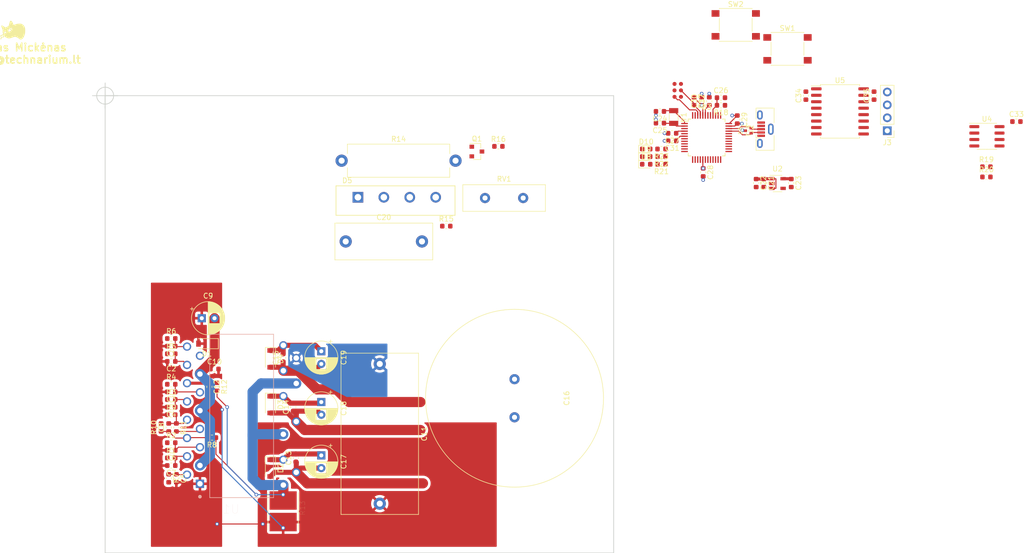
<source format=kicad_pcb>
(kicad_pcb (version 20200104) (host pcbnew "5.99.0-unknown-b824051~86~ubuntu18.04.1")
  (title_block (comment 1 "Albertas Mickenas") (comment 2 "albertas@technarium.lt"))
  (layers (0 "F.Cu" signal) (31 "B.Cu" signal) (34 "B.Paste" user) (35 "F.Paste" user) (36 "B.SilkS" user) (37 "F.SilkS" user hide) (38 "B.Mask" user) (39 "F.Mask" user) (44 "Edge.Cuts" user))
  (net 0 "")
  (net 1 "GND")
  (net 2 "/LINUF")
  (net 3 "/HINUF")
  (net 4 "/LINVF")
  (net 5 "/HINVF")
  (net 6 "/NTC")
  (net 7 "/LINWF")
  (net 8 "/HINWF")
  (net 9 "Net-(C8-Pad2)")
  (net 10 "Net-(C8-Pad1)")
  (net 11 "+15V")
  (net 12 "VBUS")
  (net 13 "/VBOOTW")
  (net 14 "/WOUT")
  (net 15 "/VBOOTV")
  (net 16 "/VOUT")
  (net 17 "/VBOOTU")
  (net 18 "/UOUT")
  (net 19 "/HINW")
  (net 20 "/LINW")
  (net 21 "/HINV")
  (net 22 "/LINV")
  (net 23 "/HINU")
  (net 24 "/LINU")
  (net 25 "+3V3")
  (net 26 "/VSHUNT")
  (net 27 "+1V5")
  (net 28 "/ISENSE")
  (net 29 "Net-(U1-Pad15)")
  (net 30 "/Power Input/LINE_N")
  (net 31 "/Power Input/LINE_L")
  (net 32 "Net-(D5-Pad2)")
  (net 33 "/Power Input/DCBUS")
  (net 34 "/Power Input/GND")
  (net 35 "Net-(K1-PadA1)")
  (net 36 "Net-(Q1-Pad1)")
  (net 37 "/Power Input/INRUSH_BYPASS")
  (net 38 "Net-(C12-Pad1)")
  (net 39 "Net-(C24-Pad1)")
  (net 40 "Net-(C25-Pad1)")
  (net 41 "/Microcontroller/~MCU_RST")
  (net 42 "/Microcontroller/MCU_AREF")
  (net 43 "Net-(C32-Pad1)")
  (net 44 "/Microcontroller/D+")
  (net 45 "/Microcontroller/D-")
  (net 46 "Net-(D8-Pad2)")
  (net 47 "Net-(D9-Pad2)")
  (net 48 "Net-(D10-Pad2)")
  (net 49 "/Microcontroller/SWD_IO")
  (net 50 "Net-(J1-Pad4)")
  (net 51 "Net-(J1-Pad5)")
  (net 52 "/Microcontroller/SWD_CLK")
  (net 53 "Net-(J1-Pad1)")
  (net 54 "Net-(J2-Pad4)")
  (net 55 "/Microcontroller/~RE")
  (net 56 "/Microcontroller/DE")
  (net 57 "/Microcontroller/LED1")
  (net 58 "/Microcontroller/LED2")
  (net 59 "/Microcontroller/LED3")
  (net 60 "Net-(SW2-Pad2)")
  (net 61 "Net-(U2-Pad4)")
  (net 62 "Net-(U3-Pad48)")
  (net 63 "Net-(U3-Pad47)")
  (net 64 "Net-(U3-Pad41)")
  (net 65 "Net-(U3-Pad39)")
  (net 66 "/Microcontroller/RX")
  (net 67 "/Microcontroller/TX")
  (net 68 "Net-(U3-Pad32)")
  (net 69 "Net-(U3-Pad31)")
  (net 70 "Net-(U3-Pad30)")
  (net 71 "Net-(U3-Pad29)")
  (net 72 "Net-(U3-Pad28)")
  (net 73 "Net-(U3-Pad27)")
  (net 74 "Net-(U3-Pad26)")
  (net 75 "Net-(U3-Pad25)")
  (net 76 "Net-(U3-Pad24)")
  (net 77 "Net-(U3-Pad23)")
  (net 78 "Net-(U3-Pad22)")
  (net 79 "Net-(U3-Pad21)")
  (net 80 "Net-(U3-Pad20)")
  (net 81 "Net-(U3-Pad19)")
  (net 82 "/Microcontroller/RS485_DE")
  (net 83 "/Microcontroller/~RS485_RE")
  (net 84 "Net-(U3-Pad14)")
  (net 85 "Net-(U3-Pad13)")
  (net 86 "Net-(U3-Pad12)")
  (net 87 "Net-(U3-Pad11)")
  (net 88 "/Microcontroller/BATT_MON")
  (net 89 "/Microcontroller/RS485B")
  (net 90 "/Microcontroller/RS485A")
  (net 91 "/Microcontroller/DI")
  (net 92 "/Microcontroller/RO")
  (net 93 "Net-(J2-Pad1)")
  (net 94 "/Microcontroller/ISO_VCC")
  (net 95 "/Microcontroller/ISO_GND")
  (net 96 "/Microcontroller/ISO_TX")
  (net 97 "/Microcontroller/ISO_RX")
  (net 98 "Net-(U5-Pad15)")
  (net 99 "Net-(U5-Pad11)")
  (net 100 "Net-(U5-Pad10)")
  (net 101 "Net-(U5-Pad8)")
  (net 102 "Net-(U5-Pad6)")
  (net 103 "Net-(U5-Pad2)")
  (module "Package_SO:SOIC-16W_7.5x10.3mm_P1.27mm" (layer "F.Cu") (at 194.5 43.1)
    (fp_text reference "U5" (at 0 -6.1) (layer "F.SilkS"))
    (fp_text value "ISO7721")
    (pad "16" smd roundrect (at 4.65 -4.445) (size 2.05 0.6) (layers "F.Cu" "F.Paste" "F.Mask") (net 95 "/Microcontroller/ISO_GND"))
    (pad "15" smd roundrect (at 4.65 -3.175) (size 2.05 0.6) (layers "F.Cu" "F.Paste" "F.Mask") (net 98 "Net-(U5-Pad15)"))
    (pad "14" smd roundrect (at 4.65 -1.905) (size 2.05 0.6) (layers "F.Cu" "F.Paste" "F.Mask") (net 94 "/Microcontroller/ISO_VCC"))
    (pad "13" smd roundrect (at 4.65 -0.635) (size 2.05 0.6) (layers "F.Cu" "F.Paste" "F.Mask") (net 97 "/Microcontroller/ISO_RX"))
    (pad "12" smd roundrect (at 4.65 0.635) (size 2.05 0.6) (layers "F.Cu" "F.Paste" "F.Mask") (net 96 "/Microcontroller/ISO_TX"))
    (pad "11" smd roundrect (at 4.65 1.905) (size 2.05 0.6) (layers "F.Cu" "F.Paste" "F.Mask") (net 99 "Net-(U5-Pad11)"))
    (pad "10" smd roundrect (at 4.65 3.175) (size 2.05 0.6) (layers "F.Cu" "F.Paste" "F.Mask") (net 100 "Net-(U5-Pad10)"))
    (pad "9" smd roundrect (at 4.65 4.445) (size 2.05 0.6) (layers "F.Cu" "F.Paste" "F.Mask") (net 95 "/Microcontroller/ISO_GND"))
    (pad "8" smd roundrect (at -4.65 4.445) (size 2.05 0.6) (layers "F.Cu" "F.Paste" "F.Mask") (net 101 "Net-(U5-Pad8)"))
    (pad "7" smd roundrect (at -4.65 3.175) (size 2.05 0.6) (layers "F.Cu" "F.Paste" "F.Mask") (net 1 "GND"))
    (pad "6" smd roundrect (at -4.65 1.905) (size 2.05 0.6) (layers "F.Cu" "F.Paste" "F.Mask") (net 102 "Net-(U5-Pad6)"))
    (pad "5" smd roundrect (at -4.65 0.635) (size 2.05 0.6) (layers "F.Cu" "F.Paste" "F.Mask") (net 67 "/Microcontroller/TX"))
    (pad "4" smd roundrect (at -4.65 -0.635) (size 2.05 0.6) (layers "F.Cu" "F.Paste" "F.Mask") (net 66 "/Microcontroller/RX"))
    (pad "3" smd roundrect (at -4.65 -1.905) (size 2.05 0.6) (layers "F.Cu" "F.Paste" "F.Mask") (net 25 "+3V3"))
    (pad "2" smd roundrect (at -4.65 -3.175) (size 2.05 0.6) (layers "F.Cu" "F.Paste" "F.Mask") (net 103 "Net-(U5-Pad2)"))
    (pad "1" smd roundrect (at -4.65 -4.445) (size 2.05 0.6) (layers "F.Cu" "F.Paste" "F.Mask") (net 1 "GND"))
  )
  (module "Pin_Headers:Pin_Header_Straight_1x04_Pitch2.54mm" (layer "F.Cu") (at 203.8 46.9 180)
    (fp_text reference "J3" (at 0 -2.33) (layer "F.SilkS"))
    (fp_text value "Isolated uart")
    (pad "1" thru_hole rect (at 0 0 180) (size 1.7 1.7) (drill 1) (layers *.Cu *.Mask) (net 95 "/Microcontroller/ISO_GND"))
    (pad "2" thru_hole oval (at 0 2.54 180) (size 1.7 1.7) (drill 1) (layers *.Cu *.Mask) (net 96 "/Microcontroller/ISO_TX"))
    (pad "3" thru_hole oval (at 0 5.08 180) (size 1.7 1.7) (drill 1) (layers *.Cu *.Mask) (net 97 "/Microcontroller/ISO_RX"))
    (pad "4" thru_hole oval (at 0 7.62 180) (size 1.7 1.7) (drill 1) (layers *.Cu *.Mask) (net 94 "/Microcontroller/ISO_VCC"))
  )
  (module "Capacitor_SMD:C_0603_1608Metric" (layer "F.Cu") (at 201.2 40 90)
    (fp_text reference "C35" (at 0 -1.43 90) (layer "F.SilkS"))
    (fp_text value "1u")
    (pad "2" smd roundrect (at 0.7875 0 90) (size 0.875 0.95) (layers "F.Cu" "F.Paste" "F.Mask") (net 1 "GND"))
    (pad "1" smd roundrect (at -0.7875 0 90) (size 0.875 0.95) (layers "F.Cu" "F.Paste" "F.Mask") (net 94 "/Microcontroller/ISO_VCC"))
  )
  (module "Capacitor_SMD:C_0603_1608Metric" (layer "F.Cu") (at 187.8 40 90)
    (fp_text reference "C34" (at 0 -1.43 90) (layer "F.SilkS"))
    (fp_text value "1u")
    (pad "2" smd roundrect (at 0.7875 0 90) (size 0.875 0.95) (layers "F.Cu" "F.Paste" "F.Mask") (net 1 "GND"))
    (pad "1" smd roundrect (at -0.7875 0 90) (size 0.875 0.95) (layers "F.Cu" "F.Paste" "F.Mask") (net 25 "+3V3"))
  )
  (module "Crystals:Crystal_SMD_3215-2pin_3.2x1.5mm" (layer "F.Cu") (at 161.8 44.2 -90)
    (fp_text reference "Y1" (at 0 -2 90) (layer "F.SilkS"))
    (fp_text value "32.768")
    (pad "1" smd rect (at 1.25 0 270) (size 1 1.8) (layers "F.Cu" "F.Paste" "F.Mask") (net 40 "Net-(C25-Pad1)"))
    (pad "2" smd rect (at -1.25 0 270) (size 1 1.8) (layers "F.Cu" "F.Paste" "F.Mask") (net 39 "Net-(C24-Pad1)"))
  )
  (module "Package_SO:SOIC-8_3.9x4.9mm_P1.27mm" (layer "F.Cu") (at 223.4 48)
    (fp_text reference "U4" (at 0 -3.4) (layer "F.SilkS"))
    (fp_text value "SN65HVD72")
    (pad "8" smd roundrect (at 2.475 -1.905) (size 1.95 0.6) (layers "F.Cu" "F.Paste" "F.Mask") (net 25 "+3V3"))
    (pad "7" smd roundrect (at 2.475 -0.635) (size 1.95 0.6) (layers "F.Cu" "F.Paste" "F.Mask") (net 89 "/Microcontroller/RS485B"))
    (pad "6" smd roundrect (at 2.475 0.635) (size 1.95 0.6) (layers "F.Cu" "F.Paste" "F.Mask") (net 90 "/Microcontroller/RS485A"))
    (pad "5" smd roundrect (at 2.475 1.905) (size 1.95 0.6) (layers "F.Cu" "F.Paste" "F.Mask") (net 1 "GND"))
    (pad "4" smd roundrect (at -2.475 1.905) (size 1.95 0.6) (layers "F.Cu" "F.Paste" "F.Mask") (net 91 "/Microcontroller/DI"))
    (pad "3" smd roundrect (at -2.475 0.635) (size 1.95 0.6) (layers "F.Cu" "F.Paste" "F.Mask") (net 56 "/Microcontroller/DE"))
    (pad "2" smd roundrect (at -2.475 -0.635) (size 1.95 0.6) (layers "F.Cu" "F.Paste" "F.Mask") (net 55 "/Microcontroller/~RE"))
    (pad "1" smd roundrect (at -2.475 -1.905) (size 1.95 0.6) (layers "F.Cu" "F.Paste" "F.Mask") (net 92 "/Microcontroller/RO"))
  )
  (module "Package_QFP:TQFP-48_7x7mm_P0.5mm" (layer "F.Cu") (at 168.280501 48.234501)
    (fp_text reference "U3" (at 0 -6) (layer "F.SilkS"))
    (fp_text value "ATSAMD21G18A-AUT")
    (pad "48" smd rect (at -2.75 -4.35 90) (size 1.3 0.25) (layers "F.Cu" "F.Paste" "F.Mask") (net 62 "Net-(U3-Pad48)"))
    (pad "47" smd rect (at -2.25 -4.35 90) (size 1.3 0.25) (layers "F.Cu" "F.Paste" "F.Mask") (net 63 "Net-(U3-Pad47)"))
    (pad "46" smd rect (at -1.75 -4.35 90) (size 1.3 0.25) (layers "F.Cu" "F.Paste" "F.Mask") (net 49 "/Microcontroller/SWD_IO"))
    (pad "45" smd rect (at -1.25 -4.35 90) (size 1.3 0.25) (layers "F.Cu" "F.Paste" "F.Mask") (net 52 "/Microcontroller/SWD_CLK"))
    (pad "44" smd rect (at -0.75 -4.35 90) (size 1.3 0.25) (layers "F.Cu" "F.Paste" "F.Mask") (net 25 "+3V3"))
    (pad "43" smd rect (at -0.25 -4.35 90) (size 1.3 0.25) (layers "F.Cu" "F.Paste" "F.Mask") (net 43 "Net-(C32-Pad1)"))
    (pad "42" smd rect (at 0.25 -4.35 90) (size 1.3 0.25) (layers "F.Cu" "F.Paste" "F.Mask") (net 1 "GND"))
    (pad "41" smd rect (at 0.75 -4.35 90) (size 1.3 0.25) (layers "F.Cu" "F.Paste" "F.Mask") (net 64 "Net-(U3-Pad41)"))
    (pad "40" smd rect (at 1.25 -4.35 90) (size 1.3 0.25) (layers "F.Cu" "F.Paste" "F.Mask") (net 41 "/Microcontroller/~MCU_RST"))
    (pad "39" smd rect (at 1.75 -4.35 90) (size 1.3 0.25) (layers "F.Cu" "F.Paste" "F.Mask") (net 65 "Net-(U3-Pad39)"))
    (pad "38" smd rect (at 2.25 -4.35 90) (size 1.3 0.25) (layers "F.Cu" "F.Paste" "F.Mask") (net 66 "/Microcontroller/RX"))
    (pad "37" smd rect (at 2.75 -4.35 90) (size 1.3 0.25) (layers "F.Cu" "F.Paste" "F.Mask") (net 67 "/Microcontroller/TX"))
    (pad "36" smd rect (at 4.35 -2.75) (size 1.3 0.25) (layers "F.Cu" "F.Paste" "F.Mask") (net 25 "+3V3"))
    (pad "35" smd rect (at 4.35 -2.25) (size 1.3 0.25) (layers "F.Cu" "F.Paste" "F.Mask") (net 1 "GND"))
    (pad "34" smd rect (at 4.35 -1.75) (size 1.3 0.25) (layers "F.Cu" "F.Paste" "F.Mask") (net 44 "/Microcontroller/D+"))
    (pad "33" smd rect (at 4.35 -1.25) (size 1.3 0.25) (layers "F.Cu" "F.Paste" "F.Mask") (net 45 "/Microcontroller/D-"))
    (pad "32" smd rect (at 4.35 -0.75) (size 1.3 0.25) (layers "F.Cu" "F.Paste" "F.Mask") (net 68 "Net-(U3-Pad32)"))
    (pad "31" smd rect (at 4.35 -0.25) (size 1.3 0.25) (layers "F.Cu" "F.Paste" "F.Mask") (net 69 "Net-(U3-Pad31)"))
    (pad "30" smd rect (at 4.35 0.25) (size 1.3 0.25) (layers "F.Cu" "F.Paste" "F.Mask") (net 70 "Net-(U3-Pad30)"))
    (pad "29" smd rect (at 4.35 0.75) (size 1.3 0.25) (layers "F.Cu" "F.Paste" "F.Mask") (net 71 "Net-(U3-Pad29)"))
    (pad "28" smd rect (at 4.35 1.25) (size 1.3 0.25) (layers "F.Cu" "F.Paste" "F.Mask") (net 72 "Net-(U3-Pad28)"))
    (pad "27" smd rect (at 4.35 1.75) (size 1.3 0.25) (layers "F.Cu" "F.Paste" "F.Mask") (net 73 "Net-(U3-Pad27)"))
    (pad "26" smd rect (at 4.35 2.25) (size 1.3 0.25) (layers "F.Cu" "F.Paste" "F.Mask") (net 74 "Net-(U3-Pad26)"))
    (pad "25" smd rect (at 4.35 2.75) (size 1.3 0.25) (layers "F.Cu" "F.Paste" "F.Mask") (net 75 "Net-(U3-Pad25)"))
    (pad "24" smd rect (at 2.75 4.35 90) (size 1.3 0.25) (layers "F.Cu" "F.Paste" "F.Mask") (net 76 "Net-(U3-Pad24)"))
    (pad "23" smd rect (at 2.25 4.35 90) (size 1.3 0.25) (layers "F.Cu" "F.Paste" "F.Mask") (net 77 "Net-(U3-Pad23)"))
    (pad "22" smd rect (at 1.75 4.35 90) (size 1.3 0.25) (layers "F.Cu" "F.Paste" "F.Mask") (net 78 "Net-(U3-Pad22)"))
    (pad "21" smd rect (at 1.25 4.35 90) (size 1.3 0.25) (layers "F.Cu" "F.Paste" "F.Mask") (net 79 "Net-(U3-Pad21)"))
    (pad "20" smd rect (at 0.75 4.35 90) (size 1.3 0.25) (layers "F.Cu" "F.Paste" "F.Mask") (net 80 "Net-(U3-Pad20)"))
    (pad "19" smd rect (at 0.25 4.35 90) (size 1.3 0.25) (layers "F.Cu" "F.Paste" "F.Mask") (net 81 "Net-(U3-Pad19)"))
    (pad "18" smd rect (at -0.25 4.35 90) (size 1.3 0.25) (layers "F.Cu" "F.Paste" "F.Mask") (net 1 "GND"))
    (pad "17" smd rect (at -0.75 4.35 90) (size 1.3 0.25) (layers "F.Cu" "F.Paste" "F.Mask") (net 25 "+3V3"))
    (pad "16" smd rect (at -1.25 4.35 90) (size 1.3 0.25) (layers "F.Cu" "F.Paste" "F.Mask") (net 82 "/Microcontroller/RS485_DE"))
    (pad "15" smd rect (at -1.75 4.35 90) (size 1.3 0.25) (layers "F.Cu" "F.Paste" "F.Mask") (net 83 "/Microcontroller/~RS485_RE"))
    (pad "14" smd rect (at -2.25 4.35 90) (size 1.3 0.25) (layers "F.Cu" "F.Paste" "F.Mask") (net 84 "Net-(U3-Pad14)"))
    (pad "13" smd rect (at -2.75 4.35 90) (size 1.3 0.25) (layers "F.Cu" "F.Paste" "F.Mask") (net 85 "Net-(U3-Pad13)"))
    (pad "12" smd rect (at -4.35 2.75) (size 1.3 0.25) (layers "F.Cu" "F.Paste" "F.Mask") (net 86 "Net-(U3-Pad12)"))
    (pad "11" smd rect (at -4.35 2.25) (size 1.3 0.25) (layers "F.Cu" "F.Paste" "F.Mask") (net 87 "Net-(U3-Pad11)"))
    (pad "10" smd rect (at -4.35 1.75) (size 1.3 0.25) (layers "F.Cu" "F.Paste" "F.Mask") (net 58 "/Microcontroller/LED2"))
    (pad "9" smd rect (at -4.35 1.25) (size 1.3 0.25) (layers "F.Cu" "F.Paste" "F.Mask") (net 57 "/Microcontroller/LED1"))
    (pad "8" smd rect (at -4.35 0.75) (size 1.3 0.25) (layers "F.Cu" "F.Paste" "F.Mask") (net 59 "/Microcontroller/LED3"))
    (pad "7" smd rect (at -4.35 0.25) (size 1.3 0.25) (layers "F.Cu" "F.Paste" "F.Mask") (net 60 "Net-(SW2-Pad2)"))
    (pad "6" smd rect (at -4.35 -0.25) (size 1.3 0.25) (layers "F.Cu" "F.Paste" "F.Mask") (net 25 "+3V3"))
    (pad "5" smd rect (at -4.35 -0.75) (size 1.3 0.25) (layers "F.Cu" "F.Paste" "F.Mask") (net 1 "GND"))
    (pad "4" smd rect (at -4.35 -1.25) (size 1.3 0.25) (layers "F.Cu" "F.Paste" "F.Mask") (net 42 "/Microcontroller/MCU_AREF"))
    (pad "3" smd rect (at -4.35 -1.75) (size 1.3 0.25) (layers "F.Cu" "F.Paste" "F.Mask") (net 88 "/Microcontroller/BATT_MON"))
    (pad "2" smd rect (at -4.35 -2.25) (size 1.3 0.25) (layers "F.Cu" "F.Paste" "F.Mask") (net 40 "Net-(C25-Pad1)"))
    (pad "1" smd rect (at -4.35 -2.75) (size 1.3 0.25) (layers "F.Cu" "F.Paste" "F.Mask") (net 39 "Net-(C24-Pad1)"))
  )
  (module "TO_SOT_Packages_SMD:SOT-23-5" (layer "F.Cu") (at 182.219999 57.299999)
    (fp_text reference "U2" (at 0 -2.9) (layer "F.SilkS"))
    (fp_text value "NCP718")
    (pad "1" smd rect (at -1.1 -0.95) (size 1.06 0.65) (layers "F.Cu" "F.Paste" "F.Mask") (net 11 "+15V"))
    (pad "2" smd rect (at -1.1 0) (size 1.06 0.65) (layers "F.Cu" "F.Paste" "F.Mask") (net 1 "GND"))
    (pad "3" smd rect (at -1.1 0.95) (size 1.06 0.65) (layers "F.Cu" "F.Paste" "F.Mask") (net 11 "+15V"))
    (pad "4" smd rect (at 1.1 0.95) (size 1.06 0.65) (layers "F.Cu" "F.Paste" "F.Mask") (net 61 "Net-(U2-Pad4)"))
    (pad "5" smd rect (at 1.1 -0.95) (size 1.06 0.65) (layers "F.Cu" "F.Paste" "F.Mask") (net 25 "+3V3"))
  )
  (module "Button_Switch_SMD:SW_Push_1P1T_NO_6x6mm_H9.5mm" (layer "F.Cu") (at 174 26.07)
    (fp_text reference "SW2" (at 0 -4.05) (layer "F.SilkS"))
    (fp_text value "SW_Test")
    (pad "2" smd rect (at 3.975 2.25) (size 1.55 1.3) (layers "F.Cu" "F.Paste" "F.Mask") (net 60 "Net-(SW2-Pad2)"))
    (pad "1" smd rect (at 3.975 -2.25) (size 1.55 1.3) (layers "F.Cu" "F.Paste" "F.Mask") (net 1 "GND"))
    (pad "1" smd rect (at -3.975 -2.25) (size 1.55 1.3) (layers "F.Cu" "F.Paste" "F.Mask") (net 1 "GND"))
    (pad "2" smd rect (at -3.975 2.25) (size 1.55 1.3) (layers "F.Cu" "F.Paste" "F.Mask") (net 60 "Net-(SW2-Pad2)"))
  )
  (module "Button_Switch_SMD:SW_Push_1P1T_NO_6x6mm_H9.5mm" (layer "F.Cu") (at 184.18 30.79)
    (fp_text reference "SW1" (at 0 -4.05) (layer "F.SilkS"))
    (fp_text value "SW_Reset")
    (pad "2" smd rect (at 3.975 2.25) (size 1.55 1.3) (layers "F.Cu" "F.Paste" "F.Mask") (net 41 "/Microcontroller/~MCU_RST"))
    (pad "1" smd rect (at 3.975 -2.25) (size 1.55 1.3) (layers "F.Cu" "F.Paste" "F.Mask") (net 1 "GND"))
    (pad "1" smd rect (at -3.975 -2.25) (size 1.55 1.3) (layers "F.Cu" "F.Paste" "F.Mask") (net 1 "GND"))
    (pad "2" smd rect (at -3.975 2.25) (size 1.55 1.3) (layers "F.Cu" "F.Paste" "F.Mask") (net 41 "/Microcontroller/~MCU_RST"))
  )
  (module "Resistor_SMD:R_0603_1608Metric" (layer "F.Cu") (at 159.4 50.5 180)
    (fp_text reference "R23" (at 0 -1.43) (layer "F.SilkS"))
    (fp_text value "1k")
    (pad "2" smd roundrect (at 0.7875 0 180) (size 0.875 0.95) (layers "F.Cu" "F.Paste" "F.Mask") (net 48 "Net-(D10-Pad2)"))
    (pad "1" smd roundrect (at -0.7875 0 180) (size 0.875 0.95) (layers "F.Cu" "F.Paste" "F.Mask") (net 59 "/Microcontroller/LED3"))
  )
  (module "Resistor_SMD:R_0603_1608Metric" (layer "F.Cu") (at 159.4 52 180)
    (fp_text reference "R22" (at 0 -1.43) (layer "F.SilkS"))
    (fp_text value "1k")
    (pad "2" smd roundrect (at 0.7875 0 180) (size 0.875 0.95) (layers "F.Cu" "F.Paste" "F.Mask") (net 47 "Net-(D9-Pad2)"))
    (pad "1" smd roundrect (at -0.7875 0 180) (size 0.875 0.95) (layers "F.Cu" "F.Paste" "F.Mask") (net 58 "/Microcontroller/LED2"))
  )
  (module "Resistor_SMD:R_0603_1608Metric" (layer "F.Cu") (at 159.4 53.5 180)
    (fp_text reference "R21" (at 0 -1.43) (layer "F.SilkS"))
    (fp_text value "1k")
    (pad "2" smd roundrect (at 0.7875 0 180) (size 0.875 0.95) (layers "F.Cu" "F.Paste" "F.Mask") (net 46 "Net-(D8-Pad2)"))
    (pad "1" smd roundrect (at -0.7875 0 180) (size 0.875 0.95) (layers "F.Cu" "F.Paste" "F.Mask") (net 57 "/Microcontroller/LED1"))
  )
  (module "Resistor_SMD:R_0603_1608Metric" (layer "F.Cu") (at 223.3 56)
    (fp_text reference "R20" (at 0 -1.43) (layer "F.SilkS"))
    (fp_text value "1M")
    (pad "2" smd roundrect (at 0.7875 0) (size 0.875 0.95) (layers "F.Cu" "F.Paste" "F.Mask") (net 1 "GND"))
    (pad "1" smd roundrect (at -0.7875 0) (size 0.875 0.95) (layers "F.Cu" "F.Paste" "F.Mask") (net 56 "/Microcontroller/DE"))
  )
  (module "Resistor_SMD:R_0603_1608Metric" (layer "F.Cu") (at 223.3 54)
    (fp_text reference "R19" (at 0 -1.43) (layer "F.SilkS"))
    (fp_text value "1M")
    (pad "2" smd roundrect (at 0.7875 0) (size 0.875 0.95) (layers "F.Cu" "F.Paste" "F.Mask") (net 55 "/Microcontroller/~RE"))
    (pad "1" smd roundrect (at -0.7875 0) (size 0.875 0.95) (layers "F.Cu" "F.Paste" "F.Mask") (net 25 "+3V3"))
  )
  (module "Resistor_SMD:R_0603_1608Metric" (layer "F.Cu") (at 171.1 41.9 180)
    (fp_text reference "R18" (at 0 -1.43) (layer "F.SilkS"))
    (fp_text value "1k")
    (pad "2" smd roundrect (at 0.7875 0 180) (size 0.875 0.95) (layers "F.Cu" "F.Paste" "F.Mask") (net 41 "/Microcontroller/~MCU_RST"))
    (pad "1" smd roundrect (at -0.7875 0 180) (size 0.875 0.95) (layers "F.Cu" "F.Paste" "F.Mask") (net 25 "+3V3"))
  )
  (module "Resistor_SMD:R_0603_1608Metric" (layer "F.Cu") (at 165.8 41.1 -90)
    (fp_text reference "R17" (at 0 -1.43 90) (layer "F.SilkS"))
    (fp_text value "1k")
    (pad "2" smd roundrect (at 0.7875 0 270) (size 0.875 0.95) (layers "F.Cu" "F.Paste" "F.Mask") (net 52 "/Microcontroller/SWD_CLK"))
    (pad "1" smd roundrect (at -0.7875 0 270) (size 0.875 0.95) (layers "F.Cu" "F.Paste" "F.Mask") (net 25 "+3V3"))
  )
  (module "Connectors_USB:USB_Micro-B_Vertical_Molex-105133-0001" (layer "F.Cu") (at 179.825 46.6 90)
    (fp_text reference "J2" (at 0 -2.85 90) (layer "F.SilkS"))
    (fp_text value "USB micro")
    (pad "3" smd rect (at 0 -0.825 90) (size 0.45 1.5) (layers "F.Cu" "F.Paste" "F.Mask") (net 44 "/Microcontroller/D+"))
    (pad "4" smd rect (at 0.65 -0.825 90) (size 0.45 1.5) (layers "F.Cu" "F.Paste" "F.Mask") (net 54 "Net-(J2-Pad4)"))
    (pad "2" smd rect (at -0.65 -0.825 90) (size 0.45 1.5) (layers "F.Cu" "F.Paste" "F.Mask") (net 45 "/Microcontroller/D-"))
    (pad "5" smd rect (at 1.3 -0.825 90) (size 0.45 1.5) (layers "F.Cu" "F.Paste" "F.Mask") (net 1 "GND"))
    (pad "1" smd rect (at -1.3 -0.825 90) (size 0.45 1.5) (layers "F.Cu" "F.Paste" "F.Mask") (net 93 "Net-(J2-Pad1)"))
    (pad "6" thru_hole oval (at -2.8 -1.075 90) (size 1.8 1.1) (drill oval 1.2 0.5) (layers *.Cu *.Mask) (net 1 "GND"))
    (pad "6" thru_hole oval (at 2.8 -1.075 90) (size 1.8 1.1) (drill oval 1.2 0.5) (layers *.Cu *.Mask) (net 1 "GND"))
    (pad "6" thru_hole oval (at 0 1.075 90) (size 2.2 1.1) (drill oval 1.6 0.5) (layers *.Cu *.Mask) (net 1 "GND"))
  )
  (module "miceuz-lib:TC2030-MCP-NL" (layer "F.Cu") (at 162.6 41.5 90)
    (fp_text reference "J1" hide)
    (fp_text value "SWD" hide)
    (pad "2" smd circle (at 1.27 -0.635 90) (size 0.7874 0.7874) (layers "F.Cu" "F.Mask") (net 49 "/Microcontroller/SWD_IO"))
    (pad "4" smd circle (at 2.54 -0.635 90) (size 0.7874 0.7874) (layers "F.Cu" "F.Mask") (net 50 "Net-(J1-Pad4)"))
    (pad "6" smd circle (at 3.81 -0.635 90) (size 0.7874 0.7874) (layers "F.Cu" "F.Mask") (net 1 "GND"))
    (pad "5" smd circle (at 3.81 0.635 90) (size 0.7874 0.7874) (layers "F.Cu" "F.Mask") (net 51 "Net-(J1-Pad5)"))
    (pad "3" smd circle (at 2.54 0.635 90) (size 0.7874 0.7874) (layers "F.Cu" "F.Mask") (net 52 "/Microcontroller/SWD_CLK"))
    (pad "1" smd circle (at 1.27 0.635 90) (size 0.7874 0.7874) (layers "F.Cu" "F.Mask") (net 53 "Net-(J1-Pad1)"))
    (pad "" np_thru_hole circle (at 0 0 90) (size 0.889 0.889) (drill 0.889) (layers *.Cu))
    (pad "" np_thru_hole circle (at 5.08 1.016 90) (size 0.889 0.889) (drill 0.889) (layers *.Cu))
    (pad "" np_thru_hole circle (at 5.08 -1.016 90) (size 0.889 0.889) (drill 0.889) (layers *.Cu))
  )
  (module "LED_SMD:LED_0603_1608Metric" (layer "F.Cu") (at 156.4 50.5)
    (fp_text reference "D10" (at 0 -1.43) (layer "F.SilkS"))
    (fp_text value "LED")
    (pad "2" smd roundrect (at 0.7875 0) (size 0.875 0.95) (layers "F.Cu" "F.Paste" "F.Mask") (net 48 "Net-(D10-Pad2)"))
    (pad "1" smd roundrect (at -0.7875 0) (size 0.875 0.95) (layers "F.Cu" "F.Paste" "F.Mask") (net 1 "GND"))
  )
  (module "LED_SMD:LED_0603_1608Metric" (layer "F.Cu") (at 156.4 52)
    (fp_text reference "D9" (at 0 -1.43) (layer "F.SilkS"))
    (fp_text value "LED")
    (pad "2" smd roundrect (at 0.7875 0) (size 0.875 0.95) (layers "F.Cu" "F.Paste" "F.Mask") (net 47 "Net-(D9-Pad2)"))
    (pad "1" smd roundrect (at -0.7875 0) (size 0.875 0.95) (layers "F.Cu" "F.Paste" "F.Mask") (net 1 "GND"))
  )
  (module "LED_SMD:LED_0603_1608Metric" (layer "F.Cu") (at 156.4 53.5)
    (fp_text reference "D8" (at 0 -1.43) (layer "F.SilkS"))
    (fp_text value "LED")
    (pad "2" smd roundrect (at 0.7875 0) (size 0.875 0.95) (layers "F.Cu" "F.Paste" "F.Mask") (net 46 "Net-(D8-Pad2)"))
    (pad "1" smd roundrect (at -0.7875 0) (size 0.875 0.95) (layers "F.Cu" "F.Paste" "F.Mask") (net 1 "GND"))
  )
  (module "miceuz-lib:SC89" (layer "F.Cu") (at 176.465 46.9 90)
    (fp_text reference "D6" (at 0 -1.5 90) (layer "F.SilkS") (effects (font (size 0.8 0.8) (thickness 0.12))))
    (fp_text value "D_TVS_x2_AAC" hide)
    (pad "2" smd rect (at 0.5 0.57 90) (size 0.5 0.66) (layers "F.Cu" "F.Paste" "F.Mask") (net 44 "/Microcontroller/D+"))
    (pad "1" smd rect (at -0.5 0.57 90) (size 0.5 0.66) (layers "F.Cu" "F.Paste" "F.Mask") (net 45 "/Microcontroller/D-"))
    (pad "3" smd rect (at 0 -0.57 90) (size 0.5 0.66) (layers "F.Cu" "F.Paste" "F.Mask") (net 1 "GND"))
  )
  (module "Capacitor_SMD:C_0603_1608Metric" (layer "F.Cu") (at 229.2 45.1)
    (fp_text reference "C33" (at 0 -1.43) (layer "F.SilkS"))
    (fp_text value "1u")
    (pad "2" smd roundrect (at 0.7875 0) (size 0.875 0.95) (layers "F.Cu" "F.Paste" "F.Mask") (net 1 "GND"))
    (pad "1" smd roundrect (at -0.7875 0) (size 0.875 0.95) (layers "F.Cu" "F.Paste" "F.Mask") (net 25 "+3V3"))
  )
  (module "Capacitor_SMD:C_0603_1608Metric" (layer "F.Cu") (at 168.8 41.1 90)
    (fp_text reference "C32" (at 0 -1.43 90) (layer "F.SilkS"))
    (fp_text value "1u")
    (pad "2" smd roundrect (at 0.7875 0 90) (size 0.875 0.95) (layers "F.Cu" "F.Paste" "F.Mask") (net 1 "GND"))
    (pad "1" smd roundrect (at -0.7875 0 90) (size 0.875 0.95) (layers "F.Cu" "F.Paste" "F.Mask") (net 43 "Net-(C32-Pad1)"))
  )
  (module "Capacitor_SMD:C_0603_1608Metric" (layer "F.Cu") (at 161.5 48.9 180)
    (fp_text reference "C31" (at 0 -1.43) (layer "F.SilkS"))
    (fp_text value "1u")
    (pad "2" smd roundrect (at 0.7875 0 180) (size 0.875 0.95) (layers "F.Cu" "F.Paste" "F.Mask") (net 1 "GND"))
    (pad "1" smd roundrect (at -0.7875 0 180) (size 0.875 0.95) (layers "F.Cu" "F.Paste" "F.Mask") (net 25 "+3V3"))
  )
  (module "Capacitor_SMD:C_0603_1608Metric" (layer "F.Cu") (at 167.3 41.1 90)
    (fp_text reference "C30" (at 0 -1.43 90) (layer "F.SilkS"))
    (fp_text value "1u")
    (pad "2" smd roundrect (at 0.7875 0 90) (size 0.875 0.95) (layers "F.Cu" "F.Paste" "F.Mask") (net 1 "GND"))
    (pad "1" smd roundrect (at -0.7875 0 90) (size 0.875 0.95) (layers "F.Cu" "F.Paste" "F.Mask") (net 25 "+3V3"))
  )
  (module "Capacitor_SMD:C_0603_1608Metric" (layer "F.Cu") (at 174.3 44.7 -90)
    (fp_text reference "C29" (at 0 -1.43 90) (layer "F.SilkS"))
    (fp_text value "1u")
    (pad "2" smd roundrect (at 0.7875 0 270) (size 0.875 0.95) (layers "F.Cu" "F.Paste" "F.Mask") (net 1 "GND"))
    (pad "1" smd roundrect (at -0.7875 0 270) (size 0.875 0.95) (layers "F.Cu" "F.Paste" "F.Mask") (net 25 "+3V3"))
  )
  (module "Capacitor_SMD:C_0603_1608Metric" (layer "F.Cu") (at 167.6 55.1 -90)
    (fp_text reference "C28" (at 0 -1.43 90) (layer "F.SilkS"))
    (fp_text value "1u")
    (pad "2" smd roundrect (at 0.7875 0 270) (size 0.875 0.95) (layers "F.Cu" "F.Paste" "F.Mask") (net 1 "GND"))
    (pad "1" smd roundrect (at -0.7875 0 270) (size 0.875 0.95) (layers "F.Cu" "F.Paste" "F.Mask") (net 25 "+3V3"))
  )
  (module "Capacitor_SMD:C_0603_1608Metric" (layer "F.Cu") (at 161.5 47.4 180)
    (fp_text reference "C27" (at 0 -1.43) (layer "F.SilkS"))
    (fp_text value "1u")
    (pad "2" smd roundrect (at 0.7875 0 180) (size 0.875 0.95) (layers "F.Cu" "F.Paste" "F.Mask") (net 1 "GND"))
    (pad "1" smd roundrect (at -0.7875 0 180) (size 0.875 0.95) (layers "F.Cu" "F.Paste" "F.Mask") (net 42 "/Microcontroller/MCU_AREF"))
  )
  (module "Capacitor_SMD:C_0603_1608Metric" (layer "F.Cu") (at 171.1 40.4)
    (fp_text reference "C26" (at 0 -1.43) (layer "F.SilkS"))
    (fp_text value "1u")
    (pad "2" smd roundrect (at 0.7875 0) (size 0.875 0.95) (layers "F.Cu" "F.Paste" "F.Mask") (net 1 "GND"))
    (pad "1" smd roundrect (at -0.7875 0) (size 0.875 0.95) (layers "F.Cu" "F.Paste" "F.Mask") (net 41 "/Microcontroller/~MCU_RST"))
  )
  (module "Capacitor_SMD:C_0603_1608Metric" (layer "F.Cu") (at 159.1 45.4 180)
    (fp_text reference "C25" (at 0 -1.43) (layer "F.SilkS"))
    (fp_text value "22p")
    (pad "2" smd roundrect (at 0.7875 0 180) (size 0.875 0.95) (layers "F.Cu" "F.Paste" "F.Mask") (net 1 "GND"))
    (pad "1" smd roundrect (at -0.7875 0 180) (size 0.875 0.95) (layers "F.Cu" "F.Paste" "F.Mask") (net 40 "Net-(C25-Pad1)"))
  )
  (module "Capacitor_SMD:C_0603_1608Metric" (layer "F.Cu") (at 159.1 43.1 180)
    (fp_text reference "C24" (at 0 -1.43) (layer "F.SilkS"))
    (fp_text value "22p")
    (pad "2" smd roundrect (at 0.7875 0 180) (size 0.875 0.95) (layers "F.Cu" "F.Paste" "F.Mask") (net 1 "GND"))
    (pad "1" smd roundrect (at -0.7875 0 180) (size 0.875 0.95) (layers "F.Cu" "F.Paste" "F.Mask") (net 39 "Net-(C24-Pad1)"))
  )
  (module "Capacitor_SMD:C_0603_1608Metric" (layer "F.Cu") (at 184.919999 57.199999 -90)
    (fp_text reference "C23" (at 0 -1.43 90) (layer "F.SilkS"))
    (fp_text value "4.7u")
    (pad "2" smd roundrect (at 0.7875 0 270) (size 0.875 0.95) (layers "F.Cu" "F.Paste" "F.Mask") (net 1 "GND"))
    (pad "1" smd roundrect (at -0.7875 0 270) (size 0.875 0.95) (layers "F.Cu" "F.Paste" "F.Mask") (net 25 "+3V3"))
  )
  (module "Capacitor_SMD:C_0603_1608Metric" (layer "F.Cu") (at 178.019999 57.199999 -90)
    (fp_text reference "C22" (at 0 -1.43 90) (layer "F.SilkS"))
    (fp_text value "4.7u")
    (pad "2" smd roundrect (at 0.7875 0 270) (size 0.875 0.95) (layers "F.Cu" "F.Paste" "F.Mask") (net 1 "GND"))
    (pad "1" smd roundrect (at -0.7875 0 270) (size 0.875 0.95) (layers "F.Cu" "F.Paste" "F.Mask") (net 11 "+15V"))
  )
  (module "Capacitor_SMD:C_0603_1608Metric" (layer "F.Cu") (at 179.519999 57.199999 -90)
    (fp_text reference "C21" (at 0 -1.43 90) (layer "F.SilkS"))
    (fp_text value "4.7u")
    (pad "2" smd roundrect (at 0.7875 0 270) (size 0.875 0.95) (layers "F.Cu" "F.Paste" "F.Mask") (net 1 "GND"))
    (pad "1" smd roundrect (at -0.7875 0 270) (size 0.875 0.95) (layers "F.Cu" "F.Paste" "F.Mask") (net 11 "+15V"))
  )
  (module "Capacitor_THT:C_Disc_D16.0mm_W5.0mm_P7.50mm" (layer "F.Cu") (at 124.7 60.15)
    (fp_text reference "RV1" (at 3.75 -3.75) (layer "F.SilkS"))
    (fp_text value "Varistor")
    (pad "2" thru_hole circle (at 7.5 0) (size 2 2) (drill 1) (layers *.Cu *.Mask) (net 30 "/Power Input/LINE_N"))
    (pad "1" thru_hole circle (at 0 0) (size 2 2) (drill 1) (layers *.Cu *.Mask) (net 31 "/Power Input/LINE_L"))
  )
  (module "Resistor_SMD:R_0603_1608Metric" (layer "F.Cu") (at 127.33 49.98)
    (fp_text reference "R16" (at 0 -1.43) (layer "F.SilkS"))
    (fp_text value "R")
    (pad "2" smd roundrect (at 0.7875 0) (size 0.875 0.95) (layers "F.Cu" "F.Paste" "F.Mask") (net 34 "/Power Input/GND"))
    (pad "1" smd roundrect (at -0.7875 0) (size 0.875 0.95) (layers "F.Cu" "F.Paste" "F.Mask") (net 37 "/Power Input/INRUSH_BYPASS"))
  )
  (module "Resistor_SMD:R_0603_1608Metric" (layer "F.Cu") (at 117.08 65.68)
    (fp_text reference "R15" (at 0 -1.43) (layer "F.SilkS"))
    (fp_text value "R")
    (pad "2" smd roundrect (at 0.7875 0) (size 0.875 0.95) (layers "F.Cu" "F.Paste" "F.Mask") (net 37 "/Power Input/INRUSH_BYPASS"))
    (pad "1" smd roundrect (at -0.7875 0) (size 0.875 0.95) (layers "F.Cu" "F.Paste" "F.Mask") (net 36 "Net-(Q1-Pad1)"))
  )
  (module "Resistors_THT:R_Axial_Power_L20.0mm_W6.4mm_P22.40mm" (layer "F.Cu") (at 96.5 52.8)
    (fp_text reference "R14" (at 11.2 -4.26) (layer "F.SilkS"))
    (fp_text value "R")
    (pad "1" thru_hole circle (at 0 0) (size 2.4 2.4) (drill 1.2) (layers *.Cu *.Mask) (net 31 "/Power Input/LINE_L"))
    (pad "2" thru_hole oval (at 22.4 0) (size 2.4 2.4) (drill 1.2) (layers *.Cu *.Mask) (net 32 "Net-(D5-Pad2)"))
  )
  (module "Package_TO_SOT_SMD:SOT-23" (layer "F.Cu") (at 123.1 51)
    (fp_text reference "Q1" (at 0 -2.5) (layer "F.SilkS"))
    (fp_text value "Q_NMOS_GDS")
    (pad "3" smd rect (at 1 0) (size 0.9 0.8) (layers "F.Cu" "F.Paste" "F.Mask") (net 34 "/Power Input/GND"))
    (pad "2" smd rect (at -1 0.95) (size 0.9 0.8) (layers "F.Cu" "F.Paste" "F.Mask") (net 35 "Net-(K1-PadA1)"))
    (pad "1" smd rect (at -1 -0.95) (size 0.9 0.8) (layers "F.Cu" "F.Paste" "F.Mask") (net 36 "Net-(Q1-Pad1)"))
  )
  (module "Diodes_THT:Diode_Bridge_18.5x5.5" (layer "F.Cu") (at 115 60)
    (fp_text reference "D5" (at -17.4 -3.3) (layer "F.SilkS"))
    (fp_text value "D_Bridge_+AA-")
    (pad "3" thru_hole rect (at -15.3 0) (size 2.1 2.1) (drill 1.3) (layers *.Cu *.Mask) (net 30 "/Power Input/LINE_N"))
    (pad "2" thru_hole circle (at -10.2 0) (size 2.1 2.1) (drill 1.3) (layers *.Cu *.Mask) (net 32 "Net-(D5-Pad2)"))
    (pad "1" thru_hole circle (at 0 0) (size 2.1 2.1) (drill 1.3) (layers *.Cu *.Mask) (net 33 "/Power Input/DCBUS"))
    (pad "4" thru_hole circle (at -5.1 0) (size 2.1 2.1) (drill 1.3) (layers *.Cu *.Mask) (net 34 "/Power Input/GND"))
  )
  (module "Capacitor_THT:C_Rect_L19.0mm_W7.0mm_P15.00mm_MKS4" (layer "F.Cu") (at 97.3 68.7)
    (fp_text reference "C20" (at 7.5 -4.75) (layer "F.SilkS"))
    (fp_text value "C")
    (pad "2" thru_hole circle (at 15 0) (size 2.4 2.4) (drill 1.2) (layers *.Cu *.Mask) (net 30 "/Power Input/LINE_N"))
    (pad "1" thru_hole circle (at 0 0) (size 2.4 2.4) (drill 1.2) (layers *.Cu *.Mask) (net 31 "/Power Input/LINE_L"))
  )
  (module "Capacitor_THT:C_Radial_D18.0mm_H35.5mm_P7.50mm" (layer "F.Cu") (at 130.5 95.808036 -90)
    (fp_text reference "C16" (at 3.75 -10.25 90) (layer "F.SilkS"))
    (fp_text value ">9000")
    (pad "2" thru_hole circle (at 7.5 0 270) (size 2 2) (drill 1) (layers *.Cu *.Mask) (net 1 "GND"))
    (pad "1" thru_hole circle (at 0 0 270) (size 2 2) (drill 1) (layers *.Cu *.Mask) (net 12 "VBUS"))
  )
  (module "Capacitor_THT:C_Rect_L31.5mm_W15.0mm_P27.50mm_MKS4" (layer "F.Cu") (at 104 92.808036 -90)
    (fp_text reference "C11" (at 13.75 -8.75 90) (layer "F.SilkS"))
    (fp_text value "7u 650V")
    (pad "2" thru_hole circle (at 27.5 0 270) (size 2.4 2.4) (drill 1.2) (layers *.Cu *.Mask) (net 1 "GND"))
    (pad "1" thru_hole circle (at 0 0 270) (size 2.4 2.4) (drill 1.2) (layers *.Cu *.Mask) (net 12 "VBUS"))
  )
  (module "Capacitor_THT:CP_Radial_D6.3mm_P2.50mm" (layer "F.Cu") (at 69 83.808036)
    (fp_text reference "C9" (at 1.25 -4.4) (layer "F.SilkS"))
    (fp_text value "10u")
    (pad "2" thru_hole circle (at 2.5 0) (size 1.6 1.6) (drill 0.8) (layers *.Cu *.Mask) (net 11 "+15V"))
    (pad "1" thru_hole rect (at 0 0) (size 1.6 1.6) (drill 0.8) (layers *.Cu *.Mask) (net 1 "GND"))
  )
  (module "umdriver:RESC_WSHM2818R0150FEA" (layer "F.Cu") (at 85 121.808036 -90)
    (fp_text reference "R13" (at -0.635 -3.81 -90) (layer "F.SilkS") (effects (font (thickness 0.015))))
    (fp_text value "0.090 7W")
    (pad "2" thru_hole circle (at 3.275 0 270) (size 0.8 0.8) (drill 0.5) (layers *.Cu *.Mask) (net 1 "GND"))
    (pad "1" thru_hole circle (at -3.275 0 270) (size 0.8 0.8) (drill 0.5) (layers *.Cu *.Mask) (net 26 "/VSHUNT"))
    (pad "2" smd rect (at 2.12 0 270) (size 3.63 5.33) (layers "F.Cu" "F.Paste" "F.Mask") (net 1 "GND"))
    (pad "1" smd rect (at -2.12 0 270) (size 3.63 5.33) (layers "F.Cu" "F.Paste" "F.Mask") (net 26 "/VSHUNT"))
  )
  (module "Capacitor_THT:CP_Radial_D6.3mm_P2.50mm" (layer "F.Cu") (at 92.5 90.308036 -90)
    (fp_text reference "C19" (at 1.25 -4.4 90) (layer "F.SilkS"))
    (fp_text value "10u")
    (pad "2" thru_hole circle (at 2.5 0 270) (size 1.6 1.6) (drill 0.8) (layers *.Cu *.Mask) (net 18 "/UOUT"))
    (pad "1" thru_hole rect (at 0 0 270) (size 1.6 1.6) (drill 0.8) (layers *.Cu *.Mask) (net 17 "/VBOOTU"))
  )
  (module "Capacitor_THT:CP_Radial_D6.3mm_P2.50mm" (layer "F.Cu") (at 92.5 100.308036 -90)
    (fp_text reference "C18" (at 1.25 -4.4 90) (layer "F.SilkS"))
    (fp_text value "10u")
    (pad "2" thru_hole circle (at 2.5 0 270) (size 1.6 1.6) (drill 0.8) (layers *.Cu *.Mask) (net 16 "/VOUT"))
    (pad "1" thru_hole rect (at 0 0 270) (size 1.6 1.6) (drill 0.8) (layers *.Cu *.Mask) (net 15 "/VBOOTV"))
  )
  (module "Capacitor_THT:CP_Radial_D6.3mm_P2.50mm" (layer "F.Cu") (at 92.5 110.808036 -90)
    (fp_text reference "C17" (at 1.25 -4.4 90) (layer "F.SilkS"))
    (fp_text value "10u")
    (pad "2" thru_hole circle (at 2.5 0 270) (size 1.6 1.6) (drill 0.8) (layers *.Cu *.Mask) (net 14 "/WOUT"))
    (pad "1" thru_hole rect (at 0 0 270) (size 1.6 1.6) (drill 0.8) (layers *.Cu *.Mask) (net 13 "/VBOOTW"))
  )
  (module "umdriver:ST_STGIPQ8C60T-HZ" (layer "B.Cu") (at 76.84 103.043036)
    (fp_text reference "U1" (at -2.11423 18.3525) (layer "B.SilkS") (effects (font (size 1.724252 1.724252) (thickness 0.015)) (justify mirror)))
    (fp_text value "STGIPQ8C60T")
    (pad "25" thru_hole circle (at 10.74 11.1) (size 1.62 1.62) (drill 1.08) (layers *.Cu *.Mask) (net 14 "/WOUT"))
    (pad "22" thru_hole circle (at 10.74 1.1) (size 1.62 1.62) (drill 1.08) (layers *.Cu *.Mask) (net 16 "/VOUT"))
    (pad "20" thru_hole circle (at 10.74 -6.4) (size 1.62 1.62) (drill 1.08) (layers *.Cu *.Mask) (net 26 "/VSHUNT"))
    (pad "18" thru_hole circle (at 10.74 -11.4) (size 1.62 1.62) (drill 1.08) (layers *.Cu *.Mask) (net 12 "VBUS"))
    (pad "21" thru_hole circle (at 8.2 -3.9) (size 1.62 1.62) (drill 1.08) (layers *.Cu *.Mask) (net 15 "/VBOOTV"))
    (pad "19" thru_hole circle (at 8.2 -8.9) (size 1.62 1.62) (drill 1.08) (layers *.Cu *.Mask) (net 18 "/UOUT"))
    (pad "17" thru_hole circle (at 8.2 -13.9) (size 1.62 1.62) (drill 1.08) (layers *.Cu *.Mask) (net 17 "/VBOOTU"))
    (pad "16" thru_hole circle (at -10.74 -13.65) (size 1.62 1.62) (drill 1.08) (layers *.Cu *.Mask) (net 2 "/LINUF"))
    (pad "15" thru_hole circle (at -8.2 -11.85) (size 1.62 1.62) (drill 1.08) (layers *.Cu *.Mask) (net 29 "Net-(U1-Pad15)"))
    (pad "14" thru_hole circle (at -10.74 -10.05) (size 1.62 1.62) (drill 1.08) (layers *.Cu *.Mask) (net 3 "/HINUF"))
    (pad "13" thru_hole circle (at -8.2 -8.25) (size 1.62 1.62) (drill 1.08) (layers *.Cu *.Mask) (net 11 "+15V"))
    (pad "12" thru_hole circle (at -10.74 -6.45) (size 1.62 1.62) (drill 1.08) (layers *.Cu *.Mask) (net 38 "Net-(C12-Pad1)"))
    (pad "11" thru_hole circle (at -8.2 -4.65) (size 1.62 1.62) (drill 1.08) (layers *.Cu *.Mask) (net 4 "/LINVF"))
    (pad "10" thru_hole circle (at -10.74 -2.85) (size 1.62 1.62) (drill 1.08) (layers *.Cu *.Mask) (net 5 "/HINVF"))
    (pad "9" thru_hole circle (at -8.2 -1.05) (size 1.62 1.62) (drill 1.08) (layers *.Cu *.Mask) (net 11 "+15V"))
    (pad "8" thru_hole circle (at -10.74 0.75) (size 1.62 1.62) (drill 1.08) (layers *.Cu *.Mask) (net 9 "Net-(C8-Pad2)"))
    (pad "7" thru_hole circle (at -8.2 2.55) (size 1.62 1.62) (drill 1.08) (layers *.Cu *.Mask) (net 28 "/ISENSE"))
    (pad "6" thru_hole circle (at -10.74 4.35) (size 1.62 1.62) (drill 1.08) (layers *.Cu *.Mask) (net 10 "Net-(C8-Pad1)"))
    (pad "5" thru_hole circle (at -8.2 6.15) (size 1.62 1.62) (drill 1.08) (layers *.Cu *.Mask) (net 7 "/LINWF"))
    (pad "4" thru_hole circle (at -10.74 7.95) (size 1.62 1.62) (drill 1.08) (layers *.Cu *.Mask) (net 8 "/HINWF"))
    (pad "3" thru_hole circle (at -8.2 9.75) (size 1.62 1.62) (drill 1.08) (layers *.Cu *.Mask) (net 11 "+15V"))
    (pad "2" thru_hole circle (at -10.74 11.55) (size 1.62 1.62) (drill 1.08) (layers *.Cu *.Mask) (net 6 "/NTC"))
    (pad "23" thru_hole circle (at 8.2 3.6) (size 1.62 1.62) (drill 1.08) (layers *.Cu *.Mask) (net 26 "/VSHUNT"))
    (pad "24" thru_hole circle (at 8.2 8.6) (size 1.62 1.62) (drill 1.08) (layers *.Cu *.Mask) (net 13 "/VBOOTW"))
    (pad "26" thru_hole circle (at 8.2 13.6) (size 1.62 1.62) (drill 1.08) (layers *.Cu *.Mask) (net 26 "/VSHUNT"))
    (pad "1" thru_hole rect (at -8.2 13.35) (size 1.62 1.62) (drill 1.08) (layers *.Cu *.Mask) (net 1 "GND"))
  )
  (module "Resistor_SMD:R_0603_1608Metric" (layer "F.Cu") (at 72 97.308036 -90)
    (fp_text reference "R12" (at 0 -1.43 90) (layer "F.SilkS"))
    (fp_text value "1k")
    (pad "2" smd roundrect (at 0.7875 0 270) (size 0.875 0.95) (layers "F.Cu" "F.Paste" "F.Mask") (net 26 "/VSHUNT"))
    (pad "1" smd roundrect (at -0.7875 0 270) (size 0.875 0.95) (layers "F.Cu" "F.Paste" "F.Mask") (net 38 "Net-(C12-Pad1)"))
  )
  (module "Resistor_SMD:R_0603_1608Metric" (layer "F.Cu") (at 64 105.308036 -90)
    (fp_text reference "R11" (at 0 -1.43 90) (layer "F.SilkS"))
    (fp_text value "1.9k")
    (pad "2" smd roundrect (at 0.7875 0 270) (size 0.875 0.95) (layers "F.Cu" "F.Paste" "F.Mask") (net 28 "/ISENSE"))
    (pad "1" smd roundrect (at -0.7875 0 270) (size 0.875 0.95) (layers "F.Cu" "F.Paste" "F.Mask") (net 9 "Net-(C8-Pad2)"))
  )
  (module "Resistor_SMD:R_0603_1608Metric" (layer "F.Cu") (at 61 105.308036 90)
    (fp_text reference "R10" (at 0 -1.43 90) (layer "F.SilkS"))
    (fp_text value "1.9k")
    (pad "2" smd roundrect (at 0.7875 0 90) (size 0.875 0.95) (layers "F.Cu" "F.Paste" "F.Mask") (net 27 "+1V5"))
    (pad "1" smd roundrect (at -0.7875 0 90) (size 0.875 0.95) (layers "F.Cu" "F.Paste" "F.Mask") (net 10 "Net-(C8-Pad1)"))
  )
  (module "Resistor_SMD:R_0603_1608Metric" (layer "F.Cu") (at 63 102.808036)
    (fp_text reference "R9" (at 0 -1.43) (layer "F.SilkS"))
    (fp_text value "1.0k")
    (pad "2" smd roundrect (at 0.7875 0) (size 0.875 0.95) (layers "F.Cu" "F.Paste" "F.Mask") (net 9 "Net-(C8-Pad2)"))
    (pad "1" smd roundrect (at -0.7875 0) (size 0.875 0.95) (layers "F.Cu" "F.Paste" "F.Mask") (net 1 "GND"))
  )
  (module "Resistor_SMD:R_0603_1608Metric" (layer "F.Cu") (at 71 107.308036 180)
    (fp_text reference "R8" (at 0 -1.43) (layer "F.SilkS"))
    (fp_text value "1.0k")
    (pad "2" smd roundrect (at 0.7875 0 180) (size 0.875 0.95) (layers "F.Cu" "F.Paste" "F.Mask") (net 10 "Net-(C8-Pad1)"))
    (pad "1" smd roundrect (at -0.7875 0 180) (size 0.875 0.95) (layers "F.Cu" "F.Paste" "F.Mask") (net 26 "/VSHUNT"))
  )
  (module "Resistor_SMD:R_0603_1608Metric" (layer "F.Cu") (at 62.5 115.308036 -90)
    (fp_text reference "R7" (at 0 -1.43 90) (layer "F.SilkS"))
    (fp_text value "1k")
    (pad "2" smd roundrect (at 0.7875 0 270) (size 0.875 0.95) (layers "F.Cu" "F.Paste" "F.Mask") (net 25 "+3V3"))
    (pad "1" smd roundrect (at -0.7875 0 270) (size 0.875 0.95) (layers "F.Cu" "F.Paste" "F.Mask") (net 6 "/NTC"))
  )
  (module "Resistor_SMD:R_0603_1608Metric" (layer "F.Cu") (at 63 87.808036)
    (fp_text reference "R6" (at 0 -1.43) (layer "F.SilkS"))
    (fp_text value "100")
    (pad "2" smd roundrect (at 0.7875 0) (size 0.875 0.95) (layers "F.Cu" "F.Paste" "F.Mask") (net 2 "/LINUF"))
    (pad "1" smd roundrect (at -0.7875 0) (size 0.875 0.95) (layers "F.Cu" "F.Paste" "F.Mask") (net 24 "/LINU"))
  )
  (module "Resistor_SMD:R_0603_1608Metric" (layer "F.Cu") (at 63 90.808036)
    (fp_text reference "R5" (at 0 -1.43) (layer "F.SilkS"))
    (fp_text value "100")
    (pad "2" smd roundrect (at 0.7875 0) (size 0.875 0.95) (layers "F.Cu" "F.Paste" "F.Mask") (net 3 "/HINUF"))
    (pad "1" smd roundrect (at -0.7875 0) (size 0.875 0.95) (layers "F.Cu" "F.Paste" "F.Mask") (net 23 "/HINU"))
  )
  (module "Resistor_SMD:R_0603_1608Metric" (layer "F.Cu") (at 63 96.808036)
    (fp_text reference "R4" (at 0 -1.43) (layer "F.SilkS"))
    (fp_text value "100")
    (pad "2" smd roundrect (at 0.7875 0) (size 0.875 0.95) (layers "F.Cu" "F.Paste" "F.Mask") (net 4 "/LINVF"))
    (pad "1" smd roundrect (at -0.7875 0) (size 0.875 0.95) (layers "F.Cu" "F.Paste" "F.Mask") (net 22 "/LINV"))
  )
  (module "Resistor_SMD:R_0603_1608Metric" (layer "F.Cu") (at 63 99.808036)
    (fp_text reference "R3" (at 0 -1.43) (layer "F.SilkS"))
    (fp_text value "100")
    (pad "2" smd roundrect (at 0.7875 0) (size 0.875 0.95) (layers "F.Cu" "F.Paste" "F.Mask") (net 5 "/HINVF"))
    (pad "1" smd roundrect (at -0.7875 0) (size 0.875 0.95) (layers "F.Cu" "F.Paste" "F.Mask") (net 21 "/HINV"))
  )
  (module "Resistor_SMD:R_0603_1608Metric" (layer "F.Cu") (at 63 108.308036)
    (fp_text reference "R2" (at 0 -1.43) (layer "F.SilkS"))
    (fp_text value "100")
    (pad "2" smd roundrect (at 0.7875 0) (size 0.875 0.95) (layers "F.Cu" "F.Paste" "F.Mask") (net 7 "/LINWF"))
    (pad "1" smd roundrect (at -0.7875 0) (size 0.875 0.95) (layers "F.Cu" "F.Paste" "F.Mask") (net 20 "/LINW"))
  )
  (module "Resistor_SMD:R_0603_1608Metric" (layer "F.Cu") (at 63 111.308036)
    (fp_text reference "R1" (at 0 -1.43) (layer "F.SilkS"))
    (fp_text value "100")
    (pad "2" smd roundrect (at 0.7875 0) (size 0.875 0.95) (layers "F.Cu" "F.Paste" "F.Mask") (net 8 "/HINWF"))
    (pad "1" smd roundrect (at -0.7875 0) (size 0.875 0.95) (layers "F.Cu" "F.Paste" "F.Mask") (net 19 "/HINW"))
  )
  (module "Diode_SMD:D_SOD-123" (layer "F.Cu") (at 82.5 91.808036 -90)
    (fp_text reference "D4" (at 0 -2 90) (layer "F.SilkS"))
    (fp_text value "20V")
    (pad "2" smd rect (at 1.65 0 270) (size 0.9 1.2) (layers "F.Cu" "F.Paste" "F.Mask") (net 18 "/UOUT"))
    (pad "1" smd rect (at -1.65 0 270) (size 0.9 1.2) (layers "F.Cu" "F.Paste" "F.Mask") (net 17 "/VBOOTU"))
  )
  (module "Diode_SMD:D_SOD-123" (layer "F.Cu") (at 82.5 100.808036 -90)
    (fp_text reference "D3" (at 0 -2 90) (layer "F.SilkS"))
    (fp_text value "20V")
    (pad "2" smd rect (at 1.65 0 270) (size 0.9 1.2) (layers "F.Cu" "F.Paste" "F.Mask") (net 16 "/VOUT"))
    (pad "1" smd rect (at -1.65 0 270) (size 0.9 1.2) (layers "F.Cu" "F.Paste" "F.Mask") (net 15 "/VBOOTV"))
  )
  (module "Diode_SMD:D_SOD-123" (layer "F.Cu") (at 82.5 113.308036 -90)
    (fp_text reference "D2" (at 0 -2 90) (layer "F.SilkS"))
    (fp_text value "20V")
    (pad "2" smd rect (at 1.65 0 270) (size 0.9 1.2) (layers "F.Cu" "F.Paste" "F.Mask") (net 14 "/WOUT"))
    (pad "1" smd rect (at -1.65 0 270) (size 0.9 1.2) (layers "F.Cu" "F.Paste" "F.Mask") (net 13 "/VBOOTW"))
  )
  (module "Diode_SMD:D_SOD-123" (layer "F.Cu") (at 70 88.808036 180)
    (fp_text reference "D1" (at 0 -2) (layer "F.SilkS"))
    (fp_text value "20V")
    (pad "2" smd rect (at 1.65 0 180) (size 0.9 1.2) (layers "F.Cu" "F.Paste" "F.Mask") (net 1 "GND"))
    (pad "1" smd rect (at -1.65 0 180) (size 0.9 1.2) (layers "F.Cu" "F.Paste" "F.Mask") (net 11 "+15V"))
  )
  (module "Capacitor_SMD:C_0603_1608Metric" (layer "F.Cu") (at 85 91.608036 90)
    (fp_text reference "C15" (at 0 -1.43 90) (layer "F.SilkS"))
    (fp_text value "2.2u")
    (pad "2" smd roundrect (at 0.7875 0 90) (size 0.875 0.95) (layers "F.Cu" "F.Paste" "F.Mask") (net 17 "/VBOOTU"))
    (pad "1" smd roundrect (at -0.7875 0 90) (size 0.875 0.95) (layers "F.Cu" "F.Paste" "F.Mask") (net 18 "/UOUT"))
  )
  (module "Capacitor_SMD:C_0603_1608Metric" (layer "F.Cu") (at 87 101.308036 90)
    (fp_text reference "C14" (at 0 -1.43 90) (layer "F.SilkS"))
    (fp_text value "2.2u")
    (pad "2" smd roundrect (at 0.7875 0 90) (size 0.875 0.95) (layers "F.Cu" "F.Paste" "F.Mask") (net 15 "/VBOOTV"))
    (pad "1" smd roundrect (at -0.7875 0 90) (size 0.875 0.95) (layers "F.Cu" "F.Paste" "F.Mask") (net 16 "/VOUT"))
  )
  (module "Capacitor_SMD:C_0603_1608Metric" (layer "F.Cu") (at 87.5 111.308036 90)
    (fp_text reference "C13" (at 0 -1.43 90) (layer "F.SilkS"))
    (fp_text value "2.2u")
    (pad "2" smd roundrect (at 0.7875 0 90) (size 0.875 0.95) (layers "F.Cu" "F.Paste" "F.Mask") (net 13 "/VBOOTW"))
    (pad "1" smd roundrect (at -0.7875 0 90) (size 0.875 0.95) (layers "F.Cu" "F.Paste" "F.Mask") (net 14 "/WOUT"))
  )
  (module "Capacitor_SMD:C_0603_1608Metric" (layer "F.Cu") (at 70.5 97.308036 -90)
    (fp_text reference "C12" (at 0 -1.43 90) (layer "F.SilkS"))
    (fp_text value "1n")
    (pad "2" smd roundrect (at 0.7875 0 270) (size 0.875 0.95) (layers "F.Cu" "F.Paste" "F.Mask") (net 1 "GND"))
    (pad "1" smd roundrect (at -0.7875 0 270) (size 0.875 0.95) (layers "F.Cu" "F.Paste" "F.Mask") (net 38 "Net-(C12-Pad1)"))
  )
  (module "Capacitor_SMD:C_0603_1608Metric" (layer "F.Cu") (at 71.5 93.808036)
    (fp_text reference "C10" (at 0 -1.43) (layer "F.SilkS"))
    (fp_text value "0.1u")
    (pad "2" smd roundrect (at 0.7875 0) (size 0.875 0.95) (layers "F.Cu" "F.Paste" "F.Mask") (net 1 "GND"))
    (pad "1" smd roundrect (at -0.7875 0) (size 0.875 0.95) (layers "F.Cu" "F.Paste" "F.Mask") (net 11 "+15V"))
  )
  (module "Capacitor_SMD:C_0603_1608Metric" (layer "F.Cu") (at 62.5 105.308036 90)
    (fp_text reference "C8" (at 0 -1.43 90) (layer "F.SilkS"))
    (fp_text value "100p")
    (pad "2" smd roundrect (at 0.7875 0 90) (size 0.875 0.95) (layers "F.Cu" "F.Paste" "F.Mask") (net 9 "Net-(C8-Pad2)"))
    (pad "1" smd roundrect (at -0.7875 0 90) (size 0.875 0.95) (layers "F.Cu" "F.Paste" "F.Mask") (net 10 "Net-(C8-Pad1)"))
  )
  (module "Capacitor_SMD:C_0603_1608Metric" (layer "F.Cu") (at 63 112.808036 180)
    (fp_text reference "C7" (at 0 -1.43) (layer "F.SilkS"))
    (fp_text value "1n")
    (pad "2" smd roundrect (at 0.7875 0 180) (size 0.875 0.95) (layers "F.Cu" "F.Paste" "F.Mask") (net 1 "GND"))
    (pad "1" smd roundrect (at -0.7875 0 180) (size 0.875 0.95) (layers "F.Cu" "F.Paste" "F.Mask") (net 8 "/HINWF"))
  )
  (module "Capacitor_SMD:C_0603_1608Metric" (layer "F.Cu") (at 63 109.808036 180)
    (fp_text reference "C6" (at 0 -1.43) (layer "F.SilkS"))
    (fp_text value "1n")
    (pad "2" smd roundrect (at 0.7875 0 180) (size 0.875 0.95) (layers "F.Cu" "F.Paste" "F.Mask") (net 1 "GND"))
    (pad "1" smd roundrect (at -0.7875 0 180) (size 0.875 0.95) (layers "F.Cu" "F.Paste" "F.Mask") (net 7 "/LINWF"))
  )
  (module "Capacitor_SMD:C_0603_1608Metric" (layer "F.Cu") (at 64 115.308036 -90)
    (fp_text reference "C5" (at 0 -1.43 90) (layer "F.SilkS"))
    (fp_text value "1n")
    (pad "2" smd roundrect (at 0.7875 0 270) (size 0.875 0.95) (layers "F.Cu" "F.Paste" "F.Mask") (net 1 "GND"))
    (pad "1" smd roundrect (at -0.7875 0 270) (size 0.875 0.95) (layers "F.Cu" "F.Paste" "F.Mask") (net 6 "/NTC"))
  )
  (module "Capacitor_SMD:C_0603_1608Metric" (layer "F.Cu") (at 63 101.308036 180)
    (fp_text reference "C4" (at 0 -1.43) (layer "F.SilkS"))
    (fp_text value "1n")
    (pad "2" smd roundrect (at 0.7875 0 180) (size 0.875 0.95) (layers "F.Cu" "F.Paste" "F.Mask") (net 1 "GND"))
    (pad "1" smd roundrect (at -0.7875 0 180) (size 0.875 0.95) (layers "F.Cu" "F.Paste" "F.Mask") (net 5 "/HINVF"))
  )
  (module "Capacitor_SMD:C_0603_1608Metric" (layer "F.Cu") (at 63 98.308036 180)
    (fp_text reference "C3" (at 0 -1.43) (layer "F.SilkS"))
    (fp_text value "1n")
    (pad "2" smd roundrect (at 0.7875 0 180) (size 0.875 0.95) (layers "F.Cu" "F.Paste" "F.Mask") (net 1 "GND"))
    (pad "1" smd roundrect (at -0.7875 0 180) (size 0.875 0.95) (layers "F.Cu" "F.Paste" "F.Mask") (net 4 "/LINVF"))
  )
  (module "Capacitor_SMD:C_0603_1608Metric" (layer "F.Cu") (at 63 92.308036 180)
    (fp_text reference "C2" (at 0 -1.43) (layer "F.SilkS"))
    (fp_text value "1n")
    (pad "2" smd roundrect (at 0.7875 0 180) (size 0.875 0.95) (layers "F.Cu" "F.Paste" "F.Mask") (net 1 "GND"))
    (pad "1" smd roundrect (at -0.7875 0 180) (size 0.875 0.95) (layers "F.Cu" "F.Paste" "F.Mask") (net 3 "/HINUF"))
  )
  (module "Capacitor_SMD:C_0603_1608Metric" (layer "F.Cu") (at 63 89.308036 180)
    (fp_text reference "C1" (at 0 -1.43) (layer "F.SilkS"))
    (fp_text value "1n")
    (pad "2" smd roundrect (at 0.7875 0 180) (size 0.875 0.95) (layers "F.Cu" "F.Paste" "F.Mask") (net 1 "GND"))
    (pad "1" smd roundrect (at -0.7875 0 180) (size 0.875 0.95) (layers "F.Cu" "F.Paste" "F.Mask") (net 2 "/LINUF"))
  )
  (module "miceuz-lib:catnip" (layer "F.Cu") (at 31.8 27.1)
    (fp_text reference "G***" hide)
    (fp_text value "LOGO" hide)
  )
  (gr_line (start 50 130) (end 50 40) (layer "Edge.Cuts") (width 0.15))
  (gr_line (start 150 130) (end 50 130) (layer "Edge.Cuts") (width 0.15))
  (gr_line (start 150 40) (end 150 130) (layer "Edge.Cuts") (width 0.15))
  (gr_line (start 50 40) (end 150 40) (layer "Edge.Cuts") (width 0.15))
  (target plus (at 50 40) (size 5) (width 0.15) (layer "Edge.Cuts"))
  (gr_text "Albertas Mickėnas\nalbertas@technarium.lt" (at 32.2 31.7) (layer "F.SilkS") (effects (font (size 1.5 1.5) (thickness 0.3))))
  (segment (start 179.519999 56.412499) (end 178.019999 56.412499) (width 0.6) (layer "F.Cu") (net 11))
  (segment (start 181.119999 56.349999) (end 179.582499 56.349999) (width 0.6) (layer "F.Cu") (net 11))
  (segment (start 179.582499 56.349999) (end 179.519999 56.412499) (width 0.6) (layer "F.Cu") (net 11))
  (segment (start 183.319999 56.349999) (end 184.857499 56.349999) (width 0.6) (layer "F.Cu") (net 25))
  (segment (start 184.857499 56.349999) (end 184.919999 56.412499) (width 0.6) (layer "F.Cu") (net 25))
  (segment (start 181.119999 56.349999) (end 181.849999 56.349999) (width 0.2) (layer "F.Cu") (net 11))
  (segment (start 181.9 58.199998) (end 181.849999 58.249999) (width 0.2) (layer "F.Cu") (net 11))
  (segment (start 181.849999 56.349999) (end 181.9 56.4) (width 0.2) (layer "F.Cu") (net 11))
  (segment (start 181.9 56.4) (end 181.9 58.199998) (width 0.2) (layer "F.Cu") (net 11))
  (segment (start 181.849999 58.249999) (end 181.119999 58.249999) (width 0.2) (layer "F.Cu") (net 11))
  (via (at 175.3 46.8) (size 0.7) (drill 0.4) (layers "F.Cu" "B.Cu") (net 1))
  (segment (start 175.3 47.7) (end 176.735 47.7) (width 0.2) (layer "F.Cu") (net 45))
  (segment (start 176.735 47.7) (end 177.035 47.4) (width 0.2) (layer "F.Cu") (net 45))
  (segment (start 174.584501 46.984501) (end 175.3 47.7) (width 0.2) (layer "F.Cu") (net 45))
  (segment (start 172.630501 46.984501) (end 174.584501 46.984501) (width 0.2) (layer "F.Cu") (net 45))
  (segment (start 175.1 46.1) (end 176.735 46.1) (width 0.2) (layer "F.Cu") (net 44))
  (segment (start 176.735 46.1) (end 177.035 46.4) (width 0.2) (layer "F.Cu") (net 44))
  (segment (start 174.715499 46.484501) (end 175.1 46.1) (width 0.2) (layer "F.Cu") (net 44))
  (segment (start 172.630501 46.484501) (end 174.715499 46.484501) (width 0.2) (layer "F.Cu") (net 44))
  (segment (start 179 47.25) (end 177.185 47.25) (width 0.2) (layer "F.Cu") (net 45))
  (segment (start 177.185 47.25) (end 177.035 47.4) (width 0.2) (layer "F.Cu") (net 45))
  (segment (start 179 46.6) (end 177.235 46.6) (width 0.2) (layer "F.Cu") (net 44))
  (segment (start 177.235 46.6) (end 177.035 46.4) (width 0.2) (layer "F.Cu") (net 44))
  (via (at 167.6 56.6) (size 0.7) (drill 0.4) (layers "F.Cu" "B.Cu") (net 1))
  (via (at 167.59375 54.30625) (size 0.7) (drill 0.4) (layers "F.Cu" "B.Cu") (net 25))
  (segment (start 167.59375 54.30625) (end 167.6 54.3125) (width 0.2) (layer "F.Cu") (net 25))
  (segment (start 167.530501 52.584501) (end 167.530501 54.243001) (width 0.2) (layer "F.Cu") (net 25))
  (segment (start 167.530501 54.243001) (end 167.59375 54.30625) (width 0.2) (layer "F.Cu") (net 25))
  (segment (start 161.8 45.45) (end 159.9375 45.45) (width 0.2) (layer "F.Cu") (net 40))
  (segment (start 159.9375 45.45) (end 159.8875 45.4) (width 0.2) (layer "F.Cu") (net 40))
  (segment (start 161.8 42.95) (end 160.0375 42.95) (width 0.2) (layer "F.Cu") (net 39))
  (segment (start 160.0375 42.95) (end 159.8875 43.1) (width 0.2) (layer "F.Cu") (net 39))
  (segment (start 163.930501 45.484501) (end 163.930501 45.080501) (width 0.2) (layer "F.Cu") (net 39))
  (segment (start 163.930501 45.080501) (end 161.8 42.95) (width 0.2) (layer "F.Cu") (net 39))
  (segment (start 163.930501 45.984501) (end 162.334501 45.984501) (width 0.2) (layer "F.Cu") (net 40))
  (segment (start 162.334501 45.984501) (end 161.8 45.45) (width 0.2) (layer "F.Cu") (net 40))
  (via (at 158.3 43.9) (size 0.7) (drill 0.4) (layers "F.Cu" "B.Cu") (net 1))
  (via (at 158.3 44.7) (size 0.7) (drill 0.4) (layers "F.Cu" "B.Cu") (net 1))
  (via (at 160 48.9) (size 0.7) (drill 0.4) (layers "F.Cu" "B.Cu") (net 1))
  (via (at 160 47.4) (size 0.7) (drill 0.4) (layers "F.Cu" "B.Cu") (net 1))
  (segment (start 163.930501 47.984501) (end 163.080501 47.984501) (width 0.2) (layer "F.Cu") (net 25))
  (segment (start 163.080501 47.984501) (end 162.2875 48.777502) (width 0.2) (layer "F.Cu") (net 25))
  (segment (start 162.2875 48.777502) (end 162.2875 48.9) (width 0.2) (layer "F.Cu") (net 25))
  (segment (start 163.930501 46.984501) (end 162.702999 46.984501) (width 0.2) (layer "F.Cu") (net 42))
  (segment (start 162.702999 46.984501) (end 162.2875 47.4) (width 0.2) (layer "F.Cu") (net 42))
  (segment (start 175.1875 45.4875) (end 175.2 45.5) (width 0.2) (layer "F.Cu") (net 1))
  (segment (start 174.3 45.4875) (end 175.1875 45.4875) (width 0.2) (layer "F.Cu") (net 1))
  (via (at 175.2 45.5) (size 0.7) (drill 0.4) (layers "F.Cu" "B.Cu") (net 1))
  (segment (start 173.3125 43.9125) (end 173.3 43.9) (width 0.2) (layer "F.Cu") (net 25))
  (segment (start 174.3 43.9125) (end 173.3125 43.9125) (width 0.2) (layer "F.Cu") (net 25))
  (via (at 173.3 43.9) (size 0.7) (drill 0.4) (layers "F.Cu" "B.Cu") (net 25))
  (segment (start 172.630501 45.984501) (end 173.802999 45.984501) (width 0.2) (layer "F.Cu") (net 1))
  (segment (start 173.802999 45.984501) (end 174.3 45.4875) (width 0.2) (layer "F.Cu") (net 1))
  (segment (start 172.630501 45.484501) (end 172.727999 45.484501) (width 0.2) (layer "F.Cu") (net 25))
  (segment (start 172.727999 45.484501) (end 174.3 43.9125) (width 0.2) (layer "F.Cu") (net 25))
  (segment (start 170.3125 41.9) (end 170.3125 40.4) (width 0.2) (layer "F.Cu") (net 41))
  (segment (start 169.530501 43.884501) (end 169.530501 42.681999) (width 0.2) (layer "F.Cu") (net 41))
  (segment (start 169.530501 42.681999) (end 170.3125 41.9) (width 0.2) (layer "F.Cu") (net 41))
  (via (at 168.8 39.6) (size 0.7) (drill 0.4) (layers "F.Cu" "B.Cu") (net 1))
  (via (at 167.3 39.6) (size 0.7) (drill 0.4) (layers "F.Cu" "B.Cu") (net 1))
  (via (at 167.30625 41.89375) (size 0.7) (drill 0.4) (layers "F.Cu" "B.Cu") (net 25))
  (segment (start 167.30625 41.89375) (end 167.3 41.8875) (width 0.2) (layer "F.Cu") (net 25))
  (segment (start 168.030501 43.884501) (end 168.030501 42.656999) (width 0.2) (layer "F.Cu") (net 43))
  (segment (start 168.030501 42.656999) (end 168.8 41.8875) (width 0.2) (layer "F.Cu") (net 43))
  (segment (start 167.530501 43.884501) (end 167.530501 42.118001) (width 0.2) (layer "F.Cu") (net 25))
  (segment (start 167.530501 42.118001) (end 167.30625 41.89375) (width 0.2) (layer "F.Cu") (net 25))
  (segment (start 166.171002 42.8) (end 164.927862 42.8) (width 0.2) (layer "F.Cu") (net 49))
  (segment (start 164.927862 42.8) (end 162.933361 40.805499) (width 0.2) (layer "F.Cu") (net 49))
  (segment (start 162.933361 40.805499) (end 162.540499 40.805499) (width 0.2) (layer "F.Cu") (net 49))
  (segment (start 162.540499 40.805499) (end 161.965 40.23) (width 0.2) (layer "F.Cu") (net 49))
  (segment (start 166.530501 43.884501) (end 166.530501 43.159499) (width 0.2) (layer "F.Cu") (net 49))
  (segment (start 166.530501 43.159499) (end 166.171002 42.8) (width 0.2) (layer "F.Cu") (net 49))
  (segment (start 165.8 41.8875) (end 165.8 41.525) (width 0.2) (layer "F.Cu") (net 52))
  (segment (start 165.8 41.525) (end 163.235 38.96) (width 0.2) (layer "F.Cu") (net 52))
  (segment (start 165.8 40.3125) (end 165.8 40.3875) (width 0.2) (layer "F.Cu") (net 25))
  (segment (start 165.8 40.3875) (end 167.3 41.8875) (width 0.2) (layer "F.Cu") (net 25))
  (segment (start 167.030501 43.884501) (end 167.030501 43.118001) (width 0.2) (layer "F.Cu") (net 52))
  (segment (start 167.030501 43.118001) (end 165.8 41.8875) (width 0.2) (layer "F.Cu") (net 52))
  (segment (start 87.58 112.175536) (end 87.5 112.095536) (width 1) (layer "F.Cu") (net 14))
  (segment (start 87.58 114.143036) (end 87.58 112.175536) (width 1) (layer "F.Cu") (net 14))
  (segment (start 88.415 113.308036) (end 87.58 114.143036) (width 1) (layer "F.Cu") (net 14))
  (segment (start 92.5 113.308036) (end 88.415 113.308036) (width 1) (layer "F.Cu") (net 14))
  (segment (start 86.1625 110.520536) (end 85.04 111.643036) (width 1) (layer "F.Cu") (net 13))
  (segment (start 87.5 110.520536) (end 86.1625 110.520536) (width 1) (layer "F.Cu") (net 13))
  (segment (start 92.2125 110.520536) (end 92.5 110.808036) (width 1) (layer "F.Cu") (net 13))
  (segment (start 87.5 110.520536) (end 92.2125 110.520536) (width 1) (layer "F.Cu") (net 13))
  (segment (start 87.58 102.675536) (end 87 102.095536) (width 1) (layer "F.Cu") (net 16))
  (segment (start 87.58 104.143036) (end 87.58 102.675536) (width 1) (layer "F.Cu") (net 16))
  (segment (start 91.7875 102.095536) (end 92.5 102.808036) (width 1) (layer "F.Cu") (net 16))
  (segment (start 87 102.095536) (end 91.7875 102.095536) (width 1) (layer "F.Cu") (net 16))
  (segment (start 92.2875 100.520536) (end 92.5 100.308036) (width 1) (layer "F.Cu") (net 15))
  (segment (start 87 100.520536) (end 92.2875 100.520536) (width 1) (layer "F.Cu") (net 15))
  (segment (start 86.4175 100.520536) (end 85.04 99.143036) (width 1) (layer "F.Cu") (net 15))
  (segment (start 87 100.520536) (end 86.4175 100.520536) (width 1) (layer "F.Cu") (net 15))
  (segment (start 85 89.183036) (end 85.04 89.143036) (width 1) (layer "F.Cu") (net 17))
  (segment (start 85 90.820536) (end 85 89.183036) (width 1) (layer "F.Cu") (net 17))
  (segment (start 85 94.103036) (end 85.04 94.143036) (width 1) (layer "F.Cu") (net 18))
  (segment (start 85 92.395536) (end 85 94.103036) (width 1) (layer "F.Cu") (net 18))
  (segment (start 91.165 94.143036) (end 92.5 92.808036) (width 1) (layer "F.Cu") (net 18))
  (segment (start 85.04 94.143036) (end 91.165 94.143036) (width 1) (layer "F.Cu") (net 18))
  (segment (start 91.335 89.143036) (end 92.5 90.308036) (width 1) (layer "F.Cu") (net 17))
  (segment (start 85.04 89.143036) (end 91.335 89.143036) (width 1) (layer "F.Cu") (net 17))
  (segment (start 84.025 90.158036) (end 85.04 89.143036) (width 1) (layer "F.Cu") (net 17))
  (segment (start 82.5 90.158036) (end 84.025 90.158036) (width 1) (layer "F.Cu") (net 17))
  (segment (start 84.355 93.458036) (end 85.04 94.143036) (width 1) (layer "F.Cu") (net 18))
  (segment (start 82.5 93.458036) (end 84.355 93.458036) (width 1) (layer "F.Cu") (net 18))
  (segment (start 85.025 99.158036) (end 85.04 99.143036) (width 1) (layer "F.Cu") (net 15))
  (segment (start 82.5 99.158036) (end 85.025 99.158036) (width 1) (layer "F.Cu") (net 15))
  (segment (start 85.895 102.458036) (end 87.58 104.143036) (width 1) (layer "F.Cu") (net 16))
  (segment (start 82.5 102.458036) (end 85.895 102.458036) (width 1) (layer "F.Cu") (net 16))
  (segment (start 85.025 111.658036) (end 85.04 111.643036) (width 1) (layer "F.Cu") (net 13))
  (segment (start 82.5 111.658036) (end 85.025 111.658036) (width 1) (layer "F.Cu") (net 13))
  (segment (start 83.315 114.143036) (end 82.5 114.958036) (width 1) (layer "F.Cu") (net 14))
  (segment (start 87.58 114.143036) (end 83.315 114.143036) (width 1) (layer "F.Cu") (net 14))
  (segment (start 85.04 119.648036) (end 85 119.688036) (width 2) (layer "F.Cu") (net 26))
  (segment (start 85.04 116.643036) (end 85.04 119.648036) (width 2) (layer "F.Cu") (net 26))
  (segment (start 87.58 96.643036) (end 80.665 96.643036) (width 2) (layer "B.Cu") (net 26))
  (segment (start 80.665 96.643036) (end 79 98.308036) (width 2) (layer "B.Cu") (net 26))
  (segment (start 80.335 116.643036) (end 85.04 116.643036) (width 2) (layer "B.Cu") (net 26))
  (segment (start 79 115.308036) (end 80.335 116.643036) (width 2) (layer "B.Cu") (net 26))
  (segment (start 85.04 106.643036) (end 79.165 106.643036) (width 2) (layer "B.Cu") (net 26))
  (segment (start 79 98.308036) (end 79 106.808036) (width 2) (layer "B.Cu") (net 26))
  (segment (start 79.165 106.643036) (end 79 106.808036) (width 2) (layer "B.Cu") (net 26))
  (segment (start 79 106.808036) (end 79 115.308036) (width 2) (layer "B.Cu") (net 26))
  (segment (start 70.4275 96.593036) (end 70.5 96.520536) (width 0.6) (layer "F.Cu") (net 38))
  (segment (start 66.1 96.593036) (end 70.4275 96.593036) (width 0.6) (layer "F.Cu") (net 38))
  (segment (start 70.5 96.520536) (end 72 96.520536) (width 0.6) (layer "F.Cu") (net 38))
  (via (at 74 101.308036) (size 0.7) (drill 0.4) (layers "F.Cu" "B.Cu") (net 26))
  (segment (start 72 98.095536) (end 72 99.308036) (width 0.2) (layer "F.Cu") (net 26))
  (segment (start 72 99.308036) (end 74 101.308036) (width 0.2) (layer "F.Cu") (net 26))
  (via (at 73.000001 101.808037) (size 0.7) (drill 0.4) (layers "F.Cu" "B.Cu") (net 1))
  (segment (start 70.5 98.095536) (end 70.5 99.308036) (width 0.2) (layer "F.Cu") (net 1))
  (segment (start 70.5 99.308036) (end 73.000001 101.808037) (width 0.2) (layer "F.Cu") (net 1))
  (segment (start 73.000001 113.083035) (end 73.000001 101.808037) (width 0.2) (layer "B.Cu") (net 1))
  (segment (start 85 125.083036) (end 73.000001 113.083035) (width 0.2) (layer "B.Cu") (net 1))
  (segment (start 74 112.808036) (end 74 101.308036) (width 0.2) (layer "B.Cu") (net 26))
  (segment (start 85 118.533036) (end 79.725 118.533036) (width 0.2) (layer "B.Cu") (net 26))
  (segment (start 79.725 118.533036) (end 74 112.808036) (width 0.2) (layer "B.Cu") (net 26))
  (segment (start 70.600001 100.033035) (end 68.64 101.993036) (width 2) (layer "B.Cu") (net 11))
  (segment (start 70.600001 96.753037) (end 70.600001 100.033035) (width 2) (layer "B.Cu") (net 11))
  (segment (start 68.64 94.793036) (end 70.600001 96.753037) (width 2) (layer "B.Cu") (net 11))
  (segment (start 70.600001 110.833035) (end 68.64 112.793036) (width 2) (layer "B.Cu") (net 11))
  (segment (start 70.600001 103.953037) (end 70.600001 110.833035) (width 2) (layer "B.Cu") (net 11))
  (segment (start 68.64 101.993036) (end 70.600001 103.953037) (width 2) (layer "B.Cu") (net 11))
  (via (at 79.725 118.533036) (size 0.7) (drill 0.4) (layers "F.Cu" "B.Cu") (net 26))
  (segment (start 71.7875 107.308036) (end 71.7875 110.595536) (width 0.2) (layer "F.Cu") (net 26))
  (segment (start 71.7875 110.595536) (end 79.725 118.533036) (width 0.2) (layer "F.Cu") (net 26))
  (segment (start 66.185 107.308036) (end 66.1 107.393036) (width 0.2) (layer "F.Cu") (net 10))
  (segment (start 70.2125 107.308036) (end 66.185 107.308036) (width 0.2) (layer "F.Cu") (net 10))
  (segment (start 68.1375 106.095536) (end 68.64 105.593036) (width 0.2) (layer "F.Cu") (net 28))
  (segment (start 64 106.095536) (end 68.1375 106.095536) (width 0.2) (layer "F.Cu") (net 28))
  (segment (start 62.5 104.520536) (end 64 104.520536) (width 0.2) (layer "F.Cu") (net 9))
  (segment (start 65.3725 104.520536) (end 66.1 103.793036) (width 0.2) (layer "F.Cu") (net 9))
  (segment (start 64 104.520536) (end 65.3725 104.520536) (width 0.2) (layer "F.Cu") (net 9))
  (segment (start 64 103.020536) (end 63.7875 102.808036) (width 0.2) (layer "F.Cu") (net 9))
  (segment (start 64 104.520536) (end 64 103.020536) (width 0.2) (layer "F.Cu") (net 9))
  (segment (start 61 106.095536) (end 62.5 106.095536) (width 0.2) (layer "F.Cu") (net 10))
  (segment (start 63.7975 107.393036) (end 66.1 107.393036) (width 0.2) (layer "F.Cu") (net 10))
  (segment (start 62.5 106.095536) (end 63.7975 107.393036) (width 0.2) (layer "F.Cu") (net 10))
  (segment (start 63.7875 109.808036) (end 63.7875 108.308036) (width 0.2) (layer "F.Cu") (net 7))
  (segment (start 64.4025 109.193036) (end 63.7875 109.808036) (width 0.2) (layer "F.Cu") (net 7))
  (segment (start 68.64 109.193036) (end 64.4025 109.193036) (width 0.2) (layer "F.Cu") (net 7))
  (segment (start 63.7875 112.808036) (end 63.7875 111.308036) (width 0.2) (layer "F.Cu") (net 8))
  (segment (start 64.1025 110.993036) (end 63.7875 111.308036) (width 0.2) (layer "F.Cu") (net 8))
  (segment (start 66.1 110.993036) (end 64.1025 110.993036) (width 0.2) (layer "F.Cu") (net 8))
  (segment (start 63.7875 101.308036) (end 63.7875 99.808036) (width 0.2) (layer "F.Cu") (net 5))
  (segment (start 65.715 99.808036) (end 66.1 100.193036) (width 0.2) (layer "F.Cu") (net 5))
  (segment (start 63.7875 99.808036) (end 65.715 99.808036) (width 0.2) (layer "F.Cu") (net 5))
  (segment (start 63.7875 98.308036) (end 63.7875 96.808036) (width 0.2) (layer "F.Cu") (net 4))
  (segment (start 68.555 98.308036) (end 68.64 98.393036) (width 0.2) (layer "F.Cu") (net 4))
  (segment (start 63.7875 98.308036) (end 68.555 98.308036) (width 0.2) (layer "F.Cu") (net 4))
  (segment (start 63.7875 87.808036) (end 63.7875 89.308036) (width 0.2) (layer "F.Cu") (net 2))
  (segment (start 63.8725 89.393036) (end 63.7875 89.308036) (width 0.2) (layer "F.Cu") (net 2))
  (segment (start 66.1 89.393036) (end 63.8725 89.393036) (width 0.2) (layer "F.Cu") (net 2))
  (segment (start 63.7875 90.808036) (end 63.7875 92.308036) (width 0.2) (layer "F.Cu") (net 3))
  (segment (start 65.415 92.308036) (end 66.1 92.993036) (width 0.2) (layer "F.Cu") (net 3))
  (segment (start 63.7875 92.308036) (end 65.415 92.308036) (width 0.2) (layer "F.Cu") (net 3))
  (segment (start 64.0725 114.593036) (end 64 114.520536) (width 0.2) (layer "F.Cu") (net 6))
  (segment (start 66.1 114.593036) (end 64.0725 114.593036) (width 0.2) (layer "F.Cu") (net 6))
  (segment (start 64 114.520536) (end 62.5 114.520536) (width 0.2) (layer "F.Cu") (net 6))
  (via (at 81 124.308036) (size 0.7) (drill 0.4) (layers "F.Cu" "B.Cu") (net 1))
  (via (at 72 124.308036) (size 0.7) (drill 0.4) (layers "F.Cu" "B.Cu") (net 1))
  (segment (start 72 124.308036) (end 81 124.308036) (width 0.2) (layer "F.Cu") (net 1))
  (segment (start 87.58 114.143036) (end 89.745 116.308036) (width 2) (layer "F.Cu") (net 14))
  (segment (start 89.745 116.308036) (end 112.5 116.308036) (width 2) (layer "F.Cu") (net 14))
  (segment (start 87.58 104.143036) (end 89.245 105.808036) (width 2) (layer "F.Cu") (net 16))
  (segment (start 89.245 105.808036) (end 112 105.808036) (width 2) (layer "F.Cu") (net 16))
  (segment (start 98 100.308036) (end 112 100.308036) (width 2) (layer "F.Cu") (net 18))
  (segment (start 95.5 97.808036) (end 98 100.308036) (width 2) (layer "F.Cu") (net 18))
  (segment (start 85.04 94.143036) (end 87.980802 94.143036) (width 2) (layer "F.Cu") (net 18))
  (segment (start 91.645802 97.808036) (end 95.5 97.808036) (width 2) (layer "F.Cu") (net 18))
  (segment (start 87.980802 94.143036) (end 91.645802 97.808036) (width 2) (layer "F.Cu") (net 18))
  (segment (start 71.5 91.808036) (end 71.5 83.808036) (width 2) (layer "F.Cu") (net 11))
  (segment (start 68.64 94.793036) (end 68.64 94.668036) (width 2) (layer "F.Cu") (net 11))
  (segment (start 68.64 94.668036) (end 71.5 91.808036) (width 2) (layer "F.Cu") (net 11))
  (zone (net 1) (net_name "GND") (layer "F.Cu") (connect_pads (clearance 0.508)) (min_thickness 0.254) (fill yes (thermal_gap 0.508) (thermal_bridge_width 0.508))
    (polygon (pts (xy 127 128.808036) (xy 80 128.808036) (xy 80 104.308036) (xy 127 104.308036)))
  )
  (zone (net 1) (net_name "GND") (layer "F.Cu") (connect_pads (clearance 0.508)) (min_thickness 0.254) (fill yes (thermal_gap 0.508) (thermal_bridge_width 0.508))
    (polygon (pts (xy 73 128.808036) (xy 59 128.808036) (xy 59 76.808036) (xy 73 76.808036)))
  )
  (zone (net 12) (net_name "VBUS") (layer "B.Cu") (connect_pads (clearance 0.508)) (min_thickness 0.254) (fill yes (thermal_gap 0.508) (thermal_bridge_width 0.508))
    (polygon (pts (xy 105.5 99.308036) (xy 97.5 99.308036) (xy 86 93.308036) (xy 86 89.808036) (xy 86.5 88.808036) (xy 105.5 88.808036)))
  )
)
</source>
